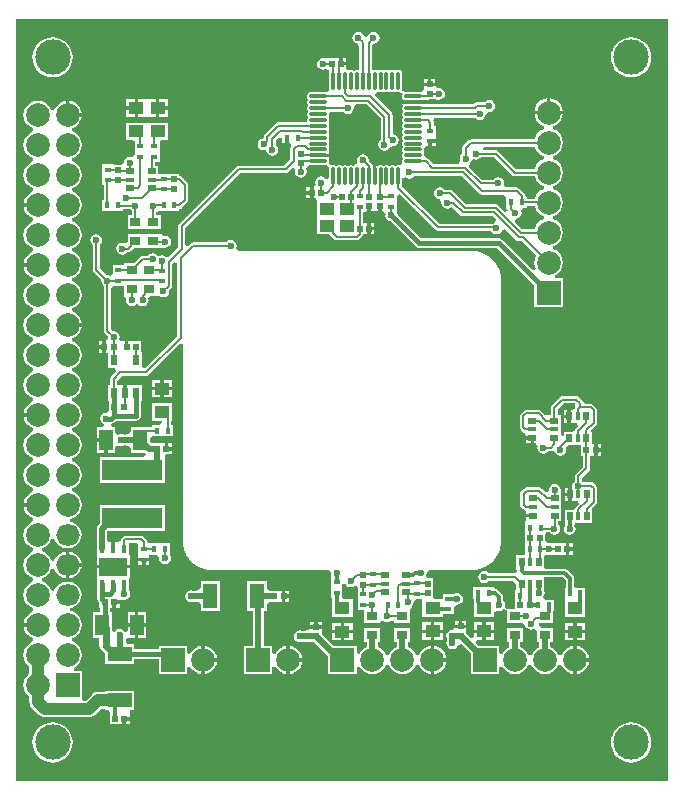
<source format=gtl>
G04*
G04 #@! TF.GenerationSoftware,Altium Limited,Altium Designer,20.0.11 (256)*
G04*
G04 Layer_Physical_Order=1*
G04 Layer_Color=30967*
%FSLAX24Y24*%
%MOIN*%
G70*
G01*
G75*
%ADD10C,0.0118*%
%ADD11C,0.0079*%
%ADD41R,0.0197X0.0217*%
%ADD42R,0.0217X0.0177*%
%ADD43R,0.0217X0.0197*%
G04:AMPARAMS|DCode=44|XSize=11.8mil|YSize=57.1mil|CornerRadius=1.8mil|HoleSize=0mil|Usage=FLASHONLY|Rotation=180.000|XOffset=0mil|YOffset=0mil|HoleType=Round|Shape=RoundedRectangle|*
%AMROUNDEDRECTD44*
21,1,0.0118,0.0535,0,0,180.0*
21,1,0.0083,0.0571,0,0,180.0*
1,1,0.0035,-0.0041,0.0268*
1,1,0.0035,0.0041,0.0268*
1,1,0.0035,0.0041,-0.0268*
1,1,0.0035,-0.0041,-0.0268*
%
%ADD44ROUNDEDRECTD44*%
G04:AMPARAMS|DCode=45|XSize=11.8mil|YSize=57.1mil|CornerRadius=1.8mil|HoleSize=0mil|Usage=FLASHONLY|Rotation=90.000|XOffset=0mil|YOffset=0mil|HoleType=Round|Shape=RoundedRectangle|*
%AMROUNDEDRECTD45*
21,1,0.0118,0.0535,0,0,90.0*
21,1,0.0083,0.0571,0,0,90.0*
1,1,0.0035,0.0268,0.0041*
1,1,0.0035,0.0268,-0.0041*
1,1,0.0035,-0.0268,-0.0041*
1,1,0.0035,-0.0268,0.0041*
%
%ADD45ROUNDEDRECTD45*%
%ADD46R,0.0374X0.0315*%
%ADD47R,0.0197X0.0276*%
%ADD48R,0.0138X0.0276*%
%ADD49R,0.0276X0.0197*%
%ADD50R,0.0276X0.0138*%
%ADD51R,0.0177X0.0217*%
%ADD52R,0.0453X0.0394*%
%ADD53R,0.0512X0.0433*%
%ADD54R,0.0236X0.0374*%
%ADD55R,0.2008X0.0709*%
%ADD56R,0.0500X0.0827*%
%ADD57R,0.0181X0.0280*%
%ADD58R,0.0941X0.0630*%
%ADD59R,0.0827X0.0500*%
%ADD60R,0.0453X0.0709*%
%ADD61C,0.0157*%
%ADD62C,0.0236*%
%ADD63C,0.0197*%
%ADD64C,0.0394*%
%ADD65R,0.0787X0.0787*%
%ADD66C,0.0787*%
%ADD67O,0.0787X0.0709*%
%ADD68R,0.0787X0.0787*%
%ADD69C,0.1181*%
%ADD70C,0.0236*%
G36*
X21872Y161D02*
X161D01*
X161Y25568D01*
X21872D01*
X21872Y161D01*
D02*
G37*
%LPC*%
G36*
X12067Y25132D02*
X11990Y25117D01*
X11925Y25073D01*
X11882Y25008D01*
X11881Y25007D01*
X11848Y24983D01*
X11815Y24969D01*
X11792Y24978D01*
X11750Y25007D01*
X11750Y25008D01*
X11707Y25073D01*
X11642Y25117D01*
X11565Y25132D01*
X11488Y25117D01*
X11423Y25073D01*
X11380Y25008D01*
X11364Y24931D01*
X11380Y24854D01*
X11423Y24789D01*
X11488Y24746D01*
X11565Y24730D01*
X11592Y24635D01*
Y23879D01*
X11557Y23850D01*
X11474D01*
X11437Y23843D01*
X11417Y23830D01*
X11398Y23843D01*
X11360Y23850D01*
X11278D01*
X11241Y23843D01*
X11225Y23855D01*
X11161Y23905D01*
Y24016D01*
X10984D01*
Y24075D01*
X10925D01*
Y24262D01*
X10492D01*
X10492Y24262D01*
X10394Y24264D01*
X10384Y24266D01*
X10307Y24250D01*
X10242Y24207D01*
X10198Y24142D01*
X10183Y24065D01*
X10198Y23988D01*
X10242Y23923D01*
X10307Y23880D01*
X10384Y23864D01*
X10461Y23880D01*
X10464Y23881D01*
X10492Y23888D01*
X10576Y23853D01*
X10596Y23790D01*
X10589Y23752D01*
Y23217D01*
X10592Y23201D01*
X10581Y23175D01*
X10560Y23150D01*
X10519Y23117D01*
X10494Y23122D01*
X9959D01*
X9921Y23114D01*
X9889Y23093D01*
X9868Y23061D01*
X9860Y23024D01*
Y22941D01*
X9868Y22903D01*
X9881Y22884D01*
X9868Y22864D01*
X9860Y22827D01*
Y22744D01*
X9868Y22706D01*
X9881Y22687D01*
X9868Y22668D01*
X9860Y22630D01*
Y22547D01*
X9868Y22510D01*
X9881Y22490D01*
X9868Y22471D01*
X9860Y22433D01*
Y22350D01*
X9868Y22313D01*
X9881Y22293D01*
X9868Y22274D01*
X9860Y22236D01*
Y22154D01*
X9840Y22128D01*
X8901D01*
X8901Y22128D01*
X8855Y22119D01*
X8816Y22093D01*
X8816Y22093D01*
X8448Y21725D01*
X8422Y21686D01*
X8413Y21640D01*
X8352Y21568D01*
X8329Y21563D01*
X8264Y21520D01*
X8220Y21455D01*
X8205Y21378D01*
X8220Y21301D01*
X8264Y21236D01*
X8329Y21193D01*
X8406Y21177D01*
X8482Y21193D01*
X8501Y21146D01*
X8506Y21124D01*
X8549Y21059D01*
X8614Y21015D01*
X8691Y21000D01*
X8768Y21015D01*
X8833Y21059D01*
X8876Y21124D01*
X8892Y21201D01*
X8876Y21278D01*
X8833Y21343D01*
X8811Y21357D01*
Y21525D01*
X8917Y21631D01*
X9016Y21590D01*
Y21417D01*
X9124D01*
Y21604D01*
X9242D01*
Y21417D01*
X9287D01*
X9324Y21345D01*
X9330Y21319D01*
X9308Y21286D01*
X9299Y21240D01*
X9299Y21240D01*
Y20877D01*
X9094Y20672D01*
X7569D01*
X7569Y20672D01*
X7523Y20662D01*
X7484Y20636D01*
X5584Y18737D01*
X5558Y18698D01*
X5549Y18652D01*
X5549Y18652D01*
Y17934D01*
X5230Y17615D01*
X5152Y17622D01*
X5087Y17666D01*
X5010Y17681D01*
X4933Y17666D01*
X4888Y17636D01*
X4846Y17699D01*
X4781Y17742D01*
X4704Y17757D01*
X4627Y17742D01*
X4562Y17699D01*
X4543Y17670D01*
X4380D01*
X4334Y17660D01*
X4295Y17634D01*
X4082Y17421D01*
X3750D01*
X3750Y17352D01*
X3376D01*
Y17061D01*
X3285Y17006D01*
X3281Y17006D01*
X3266Y17016D01*
X3189Y17031D01*
X3164Y17026D01*
X2945Y17245D01*
Y18033D01*
X2967Y18047D01*
X3010Y18112D01*
X3026Y18189D01*
X3010Y18266D01*
X2967Y18331D01*
X2902Y18374D01*
X2825Y18390D01*
X2748Y18374D01*
X2683Y18331D01*
X2639Y18266D01*
X2624Y18189D01*
X2639Y18112D01*
X2683Y18047D01*
X2704Y18033D01*
Y17195D01*
X2704Y17195D01*
X2714Y17149D01*
X2740Y17110D01*
X2993Y16856D01*
X2988Y16831D01*
X3004Y16754D01*
X3047Y16689D01*
X3069Y16674D01*
Y15167D01*
X3069Y15167D01*
X3078Y15121D01*
X3104Y15082D01*
X3210Y14976D01*
X3205Y14951D01*
X3213Y14911D01*
X3151Y14813D01*
X3150D01*
Y14626D01*
Y14439D01*
X3209D01*
Y13917D01*
X3460D01*
X3501Y13819D01*
X3320Y13638D01*
X3294Y13599D01*
X3285Y13553D01*
X3285Y13553D01*
Y13346D01*
X3209D01*
Y12815D01*
X3245D01*
Y12657D01*
X3245Y12657D01*
X3248Y12642D01*
Y12518D01*
X3159Y12435D01*
X3083Y12420D01*
X3018Y12376D01*
X2974Y12311D01*
X2959Y12234D01*
X2974Y12157D01*
X3018Y12092D01*
X3070Y12057D01*
X3070Y12010D01*
X3054Y11959D01*
X2854D01*
Y11585D01*
X3159D01*
Y11526D01*
X3218D01*
Y11092D01*
X3465D01*
Y11302D01*
X3563Y11355D01*
X3585Y11340D01*
X3661Y11325D01*
X3738Y11340D01*
X3745Y11345D01*
X3814D01*
X3821Y11340D01*
X3898Y11325D01*
X3996Y11245D01*
Y11092D01*
X4442D01*
X4472Y11063D01*
X4431Y10965D01*
X2943D01*
Y10098D01*
X5108D01*
Y10965D01*
X5156Y11043D01*
X5344D01*
Y11171D01*
X5167D01*
Y11230D01*
X5108D01*
Y11417D01*
X4675D01*
X4606Y11487D01*
Y11606D01*
X4685Y11654D01*
X5020Y11654D01*
X5118Y11654D01*
X5374D01*
Y12028D01*
X5327D01*
Y12156D01*
X5354D01*
Y12746D01*
X4685D01*
Y12156D01*
X5005D01*
X5018Y12126D01*
X4953Y12028D01*
X4685D01*
Y11961D01*
X4478D01*
X4478Y11961D01*
X4467Y11959D01*
X3996D01*
Y11806D01*
X3898Y11726D01*
X3821Y11711D01*
X3814Y11706D01*
X3745D01*
X3738Y11711D01*
X3661Y11726D01*
X3585Y11711D01*
X3563Y11697D01*
X3465Y11749D01*
Y11959D01*
X3359D01*
X3306Y12042D01*
X3307Y12057D01*
X3327Y12074D01*
X3327Y12074D01*
X3388Y12086D01*
X3440Y12121D01*
X3492Y12172D01*
X4154D01*
X4215Y12184D01*
X4267Y12219D01*
X4302Y12271D01*
X4314Y12333D01*
Y12815D01*
X4350D01*
Y13346D01*
X3839D01*
Y13081D01*
X3720D01*
Y13346D01*
X3526D01*
Y13503D01*
X3682Y13659D01*
X4478D01*
X4478Y13659D01*
X4524Y13668D01*
X4563Y13694D01*
X5622Y14753D01*
X5713Y14715D01*
Y8154D01*
Y8077D01*
X5716Y8061D01*
Y8045D01*
X5746Y7893D01*
X5752Y7878D01*
X5755Y7862D01*
X5815Y7719D01*
X5824Y7705D01*
X5830Y7691D01*
X5916Y7561D01*
X5927Y7550D01*
X5936Y7537D01*
X6046Y7427D01*
X6059Y7418D01*
X6070Y7407D01*
X6200Y7321D01*
X6214Y7315D01*
X6228Y7306D01*
X6371Y7246D01*
X6387Y7243D01*
X6402Y7237D01*
X6554Y7207D01*
X6570D01*
X6586Y7204D01*
X10569D01*
X10640Y7105D01*
X10636Y7087D01*
X10644Y7045D01*
X10650Y6949D01*
X10650Y6949D01*
X10650Y6949D01*
X10650Y6614D01*
X10650Y6516D01*
Y6260D01*
X10696D01*
Y6122D01*
X10699Y6108D01*
Y5630D01*
X11368D01*
Y6220D01*
X11106D01*
X11024Y6260D01*
X11024Y6594D01*
X11024Y6742D01*
X11122Y6752D01*
X11124Y6744D01*
X11167Y6679D01*
X11232Y6635D01*
X11309Y6620D01*
X11386Y6635D01*
X11437Y6670D01*
X11493Y6654D01*
X11535Y6628D01*
Y6299D01*
X11535Y6220D01*
X11535D01*
Y6201D01*
X11535D01*
Y5866D01*
X11762D01*
Y5423D01*
X12293D01*
Y5457D01*
X12336Y5482D01*
X12392Y5498D01*
X12443Y5464D01*
X12520Y5449D01*
X12596Y5464D01*
X12662Y5508D01*
X12667Y5516D01*
X12766Y5491D01*
Y5423D01*
X13297D01*
Y5896D01*
X13343Y5975D01*
X13351Y5980D01*
X13394Y6045D01*
X13409Y6122D01*
X13405Y6142D01*
X13476Y6240D01*
X13606D01*
X13701Y6230D01*
X13701Y6160D01*
Y5640D01*
X14370D01*
X14380Y5709D01*
X14754D01*
Y5950D01*
X14852Y6030D01*
X14852D01*
X14929Y6045D01*
X14994Y6088D01*
X15038Y6154D01*
X15053Y6230D01*
X15038Y6307D01*
X14994Y6372D01*
X14929Y6416D01*
X14852Y6431D01*
X14776Y6416D01*
X14748Y6398D01*
X14380D01*
Y6325D01*
X14370Y6230D01*
X14282Y6230D01*
X14145D01*
X14055Y6250D01*
X14055Y6329D01*
Y6565D01*
Y6919D01*
X13885D01*
X13830Y7006D01*
X13829Y7018D01*
X13842Y7087D01*
X13839Y7105D01*
X13910Y7204D01*
X15438D01*
X15454Y7207D01*
X15469D01*
X15622Y7237D01*
X15637Y7243D01*
X15652Y7246D01*
X15796Y7306D01*
X15809Y7315D01*
X15824Y7321D01*
X15953Y7407D01*
X15964Y7418D01*
X15978Y7427D01*
X16088Y7537D01*
X16096Y7550D01*
X16108Y7561D01*
X16194Y7691D01*
X16200Y7705D01*
X16209Y7719D01*
X16268Y7862D01*
X16272Y7878D01*
X16278Y7893D01*
X16308Y8045D01*
Y8061D01*
X16311Y8077D01*
Y8154D01*
Y16867D01*
Y16945D01*
X16308Y16961D01*
Y16976D01*
X16278Y17129D01*
X16272Y17144D01*
X16268Y17159D01*
X16209Y17303D01*
X16200Y17316D01*
X16194Y17331D01*
X16108Y17460D01*
X16096Y17471D01*
X16088Y17485D01*
X15978Y17595D01*
X15964Y17603D01*
X15953Y17615D01*
X15824Y17701D01*
X15809Y17707D01*
X15796Y17716D01*
X15652Y17775D01*
X15637Y17779D01*
X15622Y17785D01*
X15469Y17815D01*
X15454D01*
X15438Y17818D01*
X7542D01*
X7489Y17915D01*
X7504Y17992D01*
X7489Y18069D01*
X7445Y18134D01*
X7380Y18178D01*
X7303Y18193D01*
X7226Y18178D01*
X7161Y18134D01*
X7147Y18113D01*
X6053D01*
X6007Y18103D01*
X5968Y18077D01*
X5881Y17990D01*
X5790Y18028D01*
Y18602D01*
X7619Y20431D01*
X9144D01*
X9144Y20431D01*
X9190Y20440D01*
X9229Y20466D01*
X9368Y20606D01*
X9457Y20570D01*
X9448Y20487D01*
X9445Y20472D01*
X9460Y20396D01*
X9504Y20331D01*
X9569Y20287D01*
X9646Y20272D01*
X9722Y20287D01*
X9788Y20331D01*
X9831Y20396D01*
X9846Y20472D01*
X9844Y20487D01*
X9833Y20581D01*
X9876Y20661D01*
X9908Y20678D01*
X9931Y20683D01*
X9959Y20677D01*
X10494D01*
X10519Y20682D01*
X10560Y20649D01*
X10594Y20608D01*
X10589Y20583D01*
Y20245D01*
X10490Y20215D01*
X10467Y20250D01*
X10402Y20294D01*
X10325Y20309D01*
X10248Y20294D01*
X10183Y20250D01*
X10139Y20185D01*
X10124Y20108D01*
X10136Y20049D01*
X10101Y19984D01*
X10075Y19951D01*
X10069D01*
Y19764D01*
Y19577D01*
X10149D01*
X10197Y19498D01*
X10197Y19478D01*
Y19045D01*
X10197Y18947D01*
X10197Y18848D01*
Y18396D01*
X10588D01*
X10761Y18222D01*
X10761Y18222D01*
X10800Y18196D01*
X10846Y18187D01*
X10846Y18187D01*
X11516D01*
X11516Y18187D01*
X11562Y18196D01*
X11601Y18222D01*
X11689Y18311D01*
X11689Y18311D01*
X11716Y18350D01*
X11723Y18386D01*
X11860D01*
Y18573D01*
Y18760D01*
X11725D01*
Y19134D01*
X11811D01*
Y19144D01*
X11860D01*
Y19321D01*
X11978D01*
Y19144D01*
X12106D01*
Y19144D01*
X12106Y19144D01*
X12234D01*
Y19321D01*
X12352D01*
Y19144D01*
X12390D01*
X12404Y19141D01*
X12412Y19136D01*
X12471Y19047D01*
X12469Y19030D01*
X12467Y19016D01*
X12482Y18939D01*
X12525Y18874D01*
X12591Y18830D01*
X12634Y18822D01*
X13479Y17977D01*
X13479Y17977D01*
X13531Y17942D01*
X13593Y17930D01*
X16187D01*
X17431Y16686D01*
Y15969D01*
X18376D01*
Y16913D01*
X18122D01*
X18102Y17012D01*
X18142Y17028D01*
X18240Y17104D01*
X18316Y17203D01*
X18364Y17318D01*
X18380Y17441D01*
X18364Y17564D01*
X18316Y17679D01*
X18240Y17778D01*
X18142Y17854D01*
X18055Y17890D01*
Y17992D01*
X18142Y18028D01*
X18240Y18104D01*
X18316Y18203D01*
X18364Y18318D01*
X18380Y18441D01*
X18364Y18564D01*
X18316Y18679D01*
X18240Y18778D01*
X18142Y18854D01*
X18055Y18890D01*
Y18992D01*
X18142Y19028D01*
X18240Y19104D01*
X18316Y19203D01*
X18364Y19318D01*
X18380Y19441D01*
X18364Y19564D01*
X18316Y19679D01*
X18240Y19778D01*
X18142Y19854D01*
X18055Y19890D01*
Y19992D01*
X18142Y20028D01*
X18240Y20104D01*
X18316Y20203D01*
X18364Y20318D01*
X18380Y20441D01*
X18364Y20564D01*
X18316Y20679D01*
X18240Y20778D01*
X18142Y20854D01*
X18055Y20890D01*
Y20992D01*
X18142Y21028D01*
X18240Y21104D01*
X18316Y21203D01*
X18364Y21318D01*
X18380Y21441D01*
X18364Y21564D01*
X18316Y21679D01*
X18240Y21778D01*
X18142Y21854D01*
X18055Y21890D01*
Y21992D01*
X18142Y22028D01*
X18240Y22104D01*
X18316Y22203D01*
X18364Y22318D01*
X18372Y22382D01*
X17904D01*
X17435D01*
X17443Y22318D01*
X17491Y22203D01*
X17567Y22104D01*
X17665Y22028D01*
X17752Y21992D01*
Y21890D01*
X17665Y21854D01*
X17567Y21778D01*
X17491Y21679D01*
X17443Y21564D01*
X17441Y21548D01*
X15315D01*
X15315Y21548D01*
X15269Y21538D01*
X15230Y21512D01*
X15230Y21512D01*
X15053Y21335D01*
X15027Y21296D01*
X15017Y21250D01*
X15017Y21250D01*
Y21062D01*
X14996Y21047D01*
X14952Y20982D01*
X14937Y20906D01*
X14952Y20829D01*
X14959Y20819D01*
X14906Y20721D01*
X14075D01*
X13894Y20902D01*
X13855Y20928D01*
X13809Y20937D01*
X13762Y21015D01*
Y21055D01*
X13754Y21093D01*
X13741Y21112D01*
X13754Y21132D01*
X13762Y21169D01*
Y21224D01*
X13764Y21254D01*
X13844Y21319D01*
X13898D01*
Y21486D01*
X13957D01*
Y21545D01*
X14144D01*
Y21654D01*
X14144Y21752D01*
Y22008D01*
X14077D01*
Y22106D01*
X14077Y22106D01*
X14068Y22152D01*
X14054Y22173D01*
X14076Y22240D01*
X14098Y22271D01*
X15454D01*
X15468Y22250D01*
X15533Y22206D01*
X15610Y22191D01*
X15687Y22206D01*
X15752Y22250D01*
X15796Y22315D01*
X15810Y22387D01*
X15813Y22393D01*
X15897Y22462D01*
X15925Y22457D01*
X16002Y22472D01*
X16067Y22516D01*
X16111Y22581D01*
X16126Y22657D01*
X16111Y22734D01*
X16067Y22799D01*
X16002Y22843D01*
X15925Y22858D01*
X15848Y22843D01*
X15783Y22799D01*
X15769Y22778D01*
X15512D01*
X15512Y22778D01*
X15466Y22769D01*
X15427Y22743D01*
X15427Y22743D01*
X15393Y22709D01*
X13791D01*
X13776Y22726D01*
X13673D01*
X13663Y22728D01*
X13396D01*
X13128D01*
X13118Y22726D01*
X13033D01*
X13037Y22706D01*
X13050Y22687D01*
X13037Y22668D01*
X13030Y22630D01*
Y22547D01*
X13037Y22510D01*
X13050Y22490D01*
X13037Y22471D01*
X13030Y22433D01*
Y22350D01*
X13037Y22313D01*
X13050Y22293D01*
X13037Y22274D01*
X13030Y22236D01*
Y22154D01*
X13037Y22116D01*
X13050Y22096D01*
X13037Y22077D01*
X13030Y22039D01*
Y21957D01*
X13037Y21919D01*
X13050Y21900D01*
X13037Y21880D01*
X13030Y21843D01*
Y21760D01*
X13037Y21722D01*
X13050Y21703D01*
X13037Y21683D01*
X13030Y21646D01*
Y21563D01*
X13037Y21525D01*
X13050Y21506D01*
X13037Y21486D01*
X13030Y21449D01*
Y21366D01*
X13037Y21329D01*
X13050Y21309D01*
X13037Y21290D01*
X13030Y21252D01*
Y21169D01*
X13037Y21132D01*
X13050Y21112D01*
X13037Y21093D01*
X13030Y21055D01*
Y20972D01*
X13037Y20935D01*
X13050Y20915D01*
X13037Y20896D01*
X13030Y20858D01*
Y20776D01*
X13035Y20751D01*
X13001Y20709D01*
X12960Y20676D01*
X12935Y20681D01*
X12852D01*
X12815Y20674D01*
X12795Y20661D01*
X12776Y20674D01*
X12738Y20681D01*
X12656D01*
X12618Y20674D01*
X12598Y20661D01*
X12579Y20674D01*
X12541Y20681D01*
X12459D01*
X12421Y20674D01*
X12402Y20661D01*
X12382Y20674D01*
X12344Y20681D01*
X12262D01*
X12224Y20674D01*
X12205Y20661D01*
X12185Y20674D01*
X12165Y20677D01*
Y20592D01*
X12163Y20583D01*
Y20315D01*
X12049D01*
Y20583D01*
X12047Y20592D01*
Y20677D01*
X12027Y20674D01*
X12027Y20674D01*
X12024Y20680D01*
X12021Y20696D01*
X12010Y20711D01*
X12010Y20711D01*
X11995Y20735D01*
X11995Y20735D01*
X11908Y20821D01*
X11913Y20846D01*
X11898Y20923D01*
X11855Y20988D01*
X11789Y21032D01*
X11713Y21047D01*
X11636Y21032D01*
X11571Y20988D01*
X11527Y20923D01*
X11512Y20846D01*
X11525Y20779D01*
X11522Y20760D01*
X11493Y20712D01*
X11398Y20674D01*
X11360Y20681D01*
X11278D01*
X11240Y20674D01*
X11220Y20661D01*
X11201Y20674D01*
X11163Y20681D01*
X11081D01*
X11043Y20674D01*
X11024Y20661D01*
X11004Y20674D01*
X10967Y20681D01*
X10884D01*
X10846Y20674D01*
X10827Y20661D01*
X10807Y20674D01*
X10770Y20681D01*
X10687D01*
X10662Y20676D01*
X10621Y20709D01*
X10587Y20751D01*
X10592Y20776D01*
Y20858D01*
X10585Y20896D01*
X10572Y20915D01*
X10585Y20935D01*
X10589Y20955D01*
X10504D01*
X10494Y20957D01*
X10226D01*
Y21071D01*
X10494D01*
X10504Y21073D01*
X10589D01*
X10585Y21093D01*
X10572Y21112D01*
X10585Y21132D01*
X10592Y21169D01*
Y21252D01*
X10585Y21290D01*
X10572Y21309D01*
X10585Y21329D01*
X10592Y21366D01*
Y21449D01*
X10585Y21486D01*
X10572Y21506D01*
X10585Y21525D01*
X10592Y21563D01*
Y21646D01*
X10585Y21683D01*
X10572Y21703D01*
X10585Y21722D01*
X10592Y21760D01*
Y21843D01*
X10585Y21880D01*
X10572Y21900D01*
X10585Y21919D01*
X10592Y21957D01*
Y22039D01*
X10585Y22077D01*
X10572Y22096D01*
X10585Y22116D01*
X10592Y22154D01*
Y22236D01*
X10585Y22274D01*
X10572Y22293D01*
X10585Y22313D01*
X10592Y22350D01*
Y22433D01*
X10621Y22468D01*
X11054D01*
X11069Y22447D01*
X11134Y22403D01*
X11211Y22388D01*
X11287Y22403D01*
X11353Y22447D01*
X11396Y22512D01*
X11411Y22589D01*
X11406Y22616D01*
X11473Y22714D01*
X11844D01*
X12311Y22247D01*
Y21524D01*
X12289Y21510D01*
X12246Y21445D01*
X12230Y21368D01*
X12246Y21291D01*
X12289Y21226D01*
X12354Y21183D01*
X12431Y21167D01*
X12508Y21183D01*
X12573Y21226D01*
X12617Y21291D01*
X12709Y21316D01*
X12786Y21331D01*
X12851Y21375D01*
X12894Y21440D01*
X12909Y21517D01*
X12894Y21594D01*
X12851Y21659D01*
X12786Y21702D01*
X12709Y21717D01*
Y22362D01*
X12700Y22408D01*
X12674Y22447D01*
X12674Y22447D01*
X12124Y22997D01*
X12153Y23097D01*
X12224Y23126D01*
X12262Y23118D01*
X12344D01*
X12382Y23126D01*
X12402Y23139D01*
X12421Y23126D01*
X12459Y23118D01*
X12541D01*
X12579Y23126D01*
X12598Y23139D01*
X12618Y23126D01*
X12656Y23118D01*
X12738D01*
X12776Y23126D01*
X12795Y23139D01*
X12815Y23126D01*
X12852Y23118D01*
X12935D01*
X12960Y23123D01*
X13001Y23090D01*
X13035Y23049D01*
X13030Y23024D01*
Y22941D01*
X13037Y22903D01*
X13050Y22884D01*
X13037Y22864D01*
X13033Y22844D01*
X13118D01*
X13128Y22843D01*
X13396D01*
X13663D01*
X13673Y22844D01*
X13776D01*
X13791Y22862D01*
X13858D01*
X13858Y22862D01*
X13904Y22871D01*
X13924Y22884D01*
X14124D01*
X14124Y22884D01*
X14216Y22868D01*
X14252Y22860D01*
X14329Y22876D01*
X14394Y22919D01*
X14437Y22984D01*
X14453Y23061D01*
X14437Y23138D01*
X14394Y23203D01*
X14329Y23246D01*
X14252Y23262D01*
X14222Y23256D01*
X14131Y23317D01*
X13937D01*
X13750D01*
Y23197D01*
X13743Y23185D01*
X13663Y23122D01*
X13128D01*
X13103Y23117D01*
X13062Y23150D01*
X13028Y23191D01*
X13033Y23217D01*
Y23752D01*
X13026Y23790D01*
X13005Y23822D01*
X12973Y23843D01*
X12935Y23850D01*
X12852D01*
X12815Y23843D01*
X12795Y23830D01*
X12776Y23843D01*
X12738Y23850D01*
X12656D01*
X12618Y23843D01*
X12598Y23830D01*
X12579Y23843D01*
X12541Y23850D01*
X12459D01*
X12421Y23843D01*
X12402Y23830D01*
X12382Y23843D01*
X12344Y23850D01*
X12262D01*
X12224Y23843D01*
X12205Y23830D01*
X12185Y23843D01*
X12148Y23850D01*
X12065D01*
X12030Y23879D01*
Y24637D01*
X12067Y24730D01*
X12144Y24746D01*
X12209Y24789D01*
X12252Y24854D01*
X12268Y24931D01*
X12252Y25008D01*
X12209Y25073D01*
X12144Y25117D01*
X12067Y25132D01*
D02*
G37*
G36*
X11161Y24262D02*
X11043D01*
Y24134D01*
X11161D01*
Y24262D01*
D02*
G37*
G36*
X20659Y24954D02*
X20528Y24941D01*
X20402Y24903D01*
X20286Y24841D01*
X20184Y24757D01*
X20100Y24655D01*
X20038Y24539D01*
X20000Y24413D01*
X19987Y24281D01*
X20000Y24150D01*
X20038Y24024D01*
X20100Y23908D01*
X20184Y23806D01*
X20286Y23722D01*
X20402Y23660D01*
X20528Y23622D01*
X20659Y23609D01*
X20791Y23622D01*
X20917Y23660D01*
X21033Y23722D01*
X21135Y23806D01*
X21219Y23908D01*
X21281Y24024D01*
X21319Y24150D01*
X21332Y24281D01*
X21319Y24413D01*
X21281Y24539D01*
X21219Y24655D01*
X21135Y24757D01*
X21033Y24841D01*
X20917Y24903D01*
X20791Y24941D01*
X20659Y24954D01*
D02*
G37*
G36*
X1373D02*
X1242Y24941D01*
X1116Y24903D01*
X1000Y24841D01*
X898Y24757D01*
X814Y24655D01*
X752Y24539D01*
X714Y24413D01*
X701Y24281D01*
X714Y24150D01*
X752Y24024D01*
X814Y23908D01*
X898Y23806D01*
X1000Y23722D01*
X1116Y23660D01*
X1242Y23622D01*
X1373Y23609D01*
X1504Y23622D01*
X1631Y23660D01*
X1747Y23722D01*
X1849Y23806D01*
X1932Y23908D01*
X1994Y24024D01*
X2033Y24150D01*
X2046Y24281D01*
X2033Y24413D01*
X1994Y24539D01*
X1932Y24655D01*
X1849Y24757D01*
X1747Y24841D01*
X1631Y24903D01*
X1504Y24941D01*
X1373Y24954D01*
D02*
G37*
G36*
X14124Y23553D02*
X13996D01*
Y23435D01*
X14124D01*
Y23553D01*
D02*
G37*
G36*
X13878D02*
X13750D01*
Y23435D01*
X13878D01*
Y23553D01*
D02*
G37*
G36*
X4104Y22894D02*
X3829D01*
Y22657D01*
X4104D01*
Y22894D01*
D02*
G37*
G36*
X4931D02*
Y22657D01*
X5207D01*
Y22894D01*
X4931D01*
D02*
G37*
G36*
X17963Y22910D02*
Y22500D01*
X18372D01*
X18364Y22564D01*
X18316Y22679D01*
X18240Y22778D01*
X18142Y22854D01*
X18027Y22901D01*
X17963Y22910D01*
D02*
G37*
G36*
X17844D02*
X17780Y22901D01*
X17665Y22854D01*
X17567Y22778D01*
X17491Y22679D01*
X17443Y22564D01*
X17435Y22500D01*
X17844D01*
Y22910D01*
D02*
G37*
G36*
X1932Y22833D02*
Y22423D01*
X2342D01*
X2333Y22488D01*
X2286Y22602D01*
X2210Y22701D01*
X2111Y22777D01*
X1996Y22824D01*
X1932Y22833D01*
D02*
G37*
G36*
X5207Y22539D02*
X4931D01*
Y22303D01*
X5207D01*
Y22539D01*
D02*
G37*
G36*
X4104Y22539D02*
X3829D01*
Y22303D01*
X4104D01*
Y22539D01*
D02*
G37*
G36*
X4537Y22894D02*
X4439Y22894D01*
X4222D01*
Y22598D01*
Y22303D01*
X4439D01*
X4498Y22303D01*
X4596Y22303D01*
X4813D01*
Y22598D01*
Y22894D01*
X4596D01*
X4537Y22894D01*
D02*
G37*
G36*
X14144Y21427D02*
X14016D01*
Y21319D01*
X14144D01*
Y21427D01*
D02*
G37*
G36*
X4537Y22106D02*
X4439Y22106D01*
X3829D01*
Y21516D01*
X4024D01*
X4114Y21496D01*
X4114Y21161D01*
X4114Y21011D01*
X4028Y20956D01*
X4016Y20955D01*
X3947Y20968D01*
X3870Y20953D01*
X3805Y20910D01*
X3761Y20845D01*
X3749Y20780D01*
X3746Y20768D01*
X3661Y20689D01*
X3406D01*
Y20709D01*
X3031D01*
Y20374D01*
X3031D01*
Y20354D01*
X3031D01*
Y20020D01*
X3078D01*
Y19537D01*
X3031D01*
Y19163D01*
X3366D01*
Y19163D01*
X3386D01*
Y19163D01*
X3720D01*
Y19220D01*
X3978D01*
X3992Y19199D01*
X4013Y19184D01*
Y19016D01*
X3868D01*
Y18543D01*
X4341D01*
X4439Y18543D01*
X4498Y18543D01*
X4970D01*
Y19016D01*
X4825D01*
Y19110D01*
X4902Y19163D01*
X5236Y19163D01*
X5335Y19163D01*
X5591D01*
Y19230D01*
X5591Y19230D01*
X5637Y19239D01*
X5676Y19265D01*
X5863Y19452D01*
X5889Y19491D01*
X5898Y19537D01*
X5898Y19537D01*
Y20030D01*
X5898Y20030D01*
X5889Y20076D01*
X5863Y20115D01*
X5863Y20115D01*
X5676Y20302D01*
X5637Y20328D01*
X5591Y20337D01*
X5591Y20337D01*
Y20394D01*
X5256D01*
Y20404D01*
X4892D01*
Y20659D01*
X4796D01*
Y20797D01*
X4941D01*
X4941Y21132D01*
X4941Y21230D01*
Y21486D01*
X5027Y21516D01*
X5207D01*
Y22106D01*
X4596D01*
X4537Y22106D01*
D02*
G37*
G36*
X9951Y19951D02*
X9833D01*
Y19823D01*
X9951D01*
Y19951D01*
D02*
G37*
G36*
Y19705D02*
X9833D01*
Y19577D01*
X9951D01*
Y19705D01*
D02*
G37*
G36*
X12096Y18760D02*
X11978D01*
Y18632D01*
X12096D01*
Y18760D01*
D02*
G37*
G36*
Y18514D02*
X11978D01*
Y18386D01*
X12096D01*
Y18514D01*
D02*
G37*
G36*
X4400Y18386D02*
X4341Y18386D01*
X3868D01*
Y18140D01*
X3770Y18088D01*
X3768Y18089D01*
X3691Y18104D01*
X3614Y18089D01*
X3549Y18045D01*
X3506Y17980D01*
X3490Y17904D01*
X3506Y17827D01*
X3549Y17762D01*
X3614Y17718D01*
X3691Y17703D01*
X3768Y17718D01*
X3833Y17762D01*
X3847Y17783D01*
X3888D01*
X3888Y17783D01*
X3934Y17792D01*
X3973Y17818D01*
X4068Y17913D01*
X4341D01*
X4439Y17913D01*
X4498Y17913D01*
X4970D01*
X4970Y17913D01*
X5069Y17949D01*
X5118Y17939D01*
X5195Y17954D01*
X5260Y17998D01*
X5304Y18063D01*
X5319Y18140D01*
X5304Y18217D01*
X5260Y18282D01*
X5195Y18325D01*
X5118Y18340D01*
X5069Y18331D01*
X4970Y18386D01*
Y18386D01*
X4497D01*
X4400Y18386D01*
D02*
G37*
G36*
X3031Y14813D02*
X2913D01*
Y14685D01*
X3031D01*
Y14813D01*
D02*
G37*
G36*
Y14567D02*
X2913D01*
Y14439D01*
X3031D01*
Y14567D01*
D02*
G37*
G36*
X5354Y13533D02*
X5079D01*
Y13297D01*
X5354D01*
Y13533D01*
D02*
G37*
G36*
X4961D02*
X4685D01*
Y13297D01*
X4961D01*
Y13533D01*
D02*
G37*
G36*
X5354Y13179D02*
X5079D01*
Y12943D01*
X5354D01*
Y13179D01*
D02*
G37*
G36*
X4961D02*
X4685D01*
Y12943D01*
X4961D01*
Y13179D01*
D02*
G37*
G36*
X18829Y12994D02*
X18829Y12994D01*
X18356D01*
X18310Y12985D01*
X18271Y12959D01*
X18271Y12959D01*
X18005Y12693D01*
X17979Y12654D01*
X17970Y12608D01*
X17970Y12608D01*
Y12348D01*
X17874Y12343D01*
D01*
X17788Y12372D01*
X17664Y12497D01*
X17625Y12523D01*
X17579Y12532D01*
X17579Y12532D01*
X17156D01*
X17156Y12532D01*
X17109Y12523D01*
X17070Y12497D01*
X16972Y12398D01*
X16946Y12359D01*
X16937Y12313D01*
X16937Y12313D01*
Y11959D01*
X16937Y11959D01*
X16946Y11913D01*
X16972Y11874D01*
X17047Y11798D01*
X17047Y11798D01*
X17086Y11772D01*
X17132Y11763D01*
X17148Y11667D01*
Y11654D01*
X17364D01*
Y11594D01*
X17423D01*
Y11417D01*
X17470D01*
X17491Y11396D01*
X17535Y11319D01*
X17526Y11270D01*
X17541Y11193D01*
X17584Y11128D01*
X17650Y11084D01*
X17726Y11069D01*
X17803Y11084D01*
X17868Y11128D01*
X17883Y11149D01*
X17972D01*
X17972Y11149D01*
X18005Y11156D01*
X18037Y11152D01*
X18108Y11125D01*
X18120Y11112D01*
X18155Y11059D01*
X18220Y11015D01*
X18297Y11000D01*
X18374Y11015D01*
X18439Y11059D01*
X18483Y11124D01*
X18498Y11201D01*
X18483Y11278D01*
X18472Y11294D01*
X18546Y11368D01*
X18770D01*
Y11370D01*
X18986D01*
Y11368D01*
X18986D01*
Y11004D01*
X19043D01*
Y10631D01*
X18816Y10404D01*
X18790Y10365D01*
X18781Y10319D01*
X18781Y10318D01*
Y10156D01*
X18759Y10142D01*
X18716Y10077D01*
X18700Y10000D01*
X18671Y9964D01*
Y9713D01*
Y9496D01*
X18882D01*
X18919Y9405D01*
X18816Y9302D01*
X18790Y9263D01*
X18781Y9217D01*
X18685Y9203D01*
X18435D01*
Y8770D01*
X18435Y8770D01*
X18438Y8671D01*
X18417Y8640D01*
X18402Y8563D01*
X18417Y8486D01*
X18460Y8421D01*
X18526Y8378D01*
X18602Y8362D01*
X18679Y8378D01*
X18744Y8421D01*
X18788Y8486D01*
X18803Y8563D01*
X18788Y8640D01*
X18767Y8671D01*
X18783Y8741D01*
X18798Y8772D01*
X19006D01*
Y8770D01*
X19360D01*
Y9203D01*
X19360D01*
X19347Y9235D01*
X19495Y9383D01*
X19521Y9422D01*
X19530Y9469D01*
X19530Y9469D01*
Y9921D01*
X19521Y9967D01*
X19495Y10006D01*
X19416Y10085D01*
X19377Y10111D01*
X19331Y10120D01*
X19331Y10120D01*
X19057D01*
X19043Y10142D01*
X19022Y10156D01*
Y10269D01*
X19249Y10496D01*
X19249Y10496D01*
X19275Y10535D01*
X19284Y10581D01*
Y11004D01*
X19419D01*
Y11191D01*
Y11378D01*
X19341D01*
Y11801D01*
X19341D01*
X19324Y11841D01*
X19495Y12011D01*
X19495Y12011D01*
X19521Y12050D01*
X19530Y12096D01*
X19530Y12096D01*
Y12520D01*
X19530Y12520D01*
X19521Y12566D01*
X19495Y12605D01*
X19396Y12703D01*
X19357Y12729D01*
X19311Y12739D01*
X19311Y12739D01*
X19171D01*
X19077Y12746D01*
X19068Y12792D01*
X19042Y12831D01*
X18914Y12959D01*
X18875Y12985D01*
X18829Y12994D01*
D02*
G37*
G36*
X17305Y11535D02*
X17148D01*
Y11417D01*
X17305D01*
Y11535D01*
D02*
G37*
G36*
X5344Y11417D02*
X5226D01*
Y11289D01*
X5344D01*
Y11417D01*
D02*
G37*
G36*
X19656Y11378D02*
X19537D01*
Y11250D01*
X19656D01*
Y11378D01*
D02*
G37*
G36*
X3100Y11467D02*
X2854D01*
Y11092D01*
X3100D01*
Y11467D01*
D02*
G37*
G36*
X19656Y11132D02*
X19537D01*
Y11004D01*
X19656D01*
Y11132D01*
D02*
G37*
G36*
X18110Y10063D02*
X18033Y10048D01*
X17968Y10004D01*
X17925Y9939D01*
X17910Y9862D01*
X17911Y9852D01*
X17906Y9822D01*
X17814Y9778D01*
X17684Y9908D01*
X17645Y9934D01*
X17598Y9943D01*
X17598Y9943D01*
X17175D01*
X17175Y9943D01*
X17129Y9934D01*
X17090Y9908D01*
X16992Y9810D01*
X16966Y9770D01*
X16956Y9724D01*
X16956Y9724D01*
Y9370D01*
X16956Y9370D01*
X16966Y9324D01*
X16992Y9285D01*
X17067Y9210D01*
X17067Y9210D01*
X17106Y9184D01*
X17152Y9174D01*
X17167Y9079D01*
Y9065D01*
X17384D01*
Y8947D01*
X17167D01*
Y8861D01*
X17126Y8780D01*
X17126D01*
X17126Y8780D01*
Y8445D01*
X17116D01*
Y8081D01*
X17106D01*
Y7707D01*
X17020Y7677D01*
X16831D01*
Y7244D01*
X16833D01*
X16862Y7162D01*
X16863Y7146D01*
X16791Y7077D01*
X16783Y7079D01*
X16783Y7079D01*
X15914D01*
X15900Y7101D01*
X15835Y7144D01*
X15758Y7159D01*
X15681Y7144D01*
X15616Y7101D01*
X15572Y7035D01*
X15557Y6959D01*
X15572Y6882D01*
X15616Y6817D01*
X15681Y6773D01*
X15758Y6758D01*
X15835Y6773D01*
X15900Y6817D01*
X15914Y6838D01*
X16734D01*
X16831Y6741D01*
Y6518D01*
X16772Y6516D01*
Y6142D01*
X16782D01*
Y5896D01*
X16609D01*
X16551Y5896D01*
X16524Y5898D01*
X16508Y5908D01*
X16456Y5960D01*
X16455Y5996D01*
X16449Y5967D01*
X16449D01*
X16461Y6024D01*
X16445Y6100D01*
X16402Y6166D01*
X16400Y6166D01*
Y6280D01*
X16390Y6333D01*
X16359Y6379D01*
X16202Y6536D01*
X16156Y6567D01*
X16102Y6578D01*
X16083D01*
Y6624D01*
X15748D01*
Y6624D01*
X15728D01*
Y6624D01*
X15394D01*
Y6250D01*
X15394D01*
X15413Y6230D01*
Y5640D01*
X16083D01*
Y5787D01*
X16181Y5839D01*
X16183Y5838D01*
X16260Y5823D01*
X16337Y5838D01*
X16398Y5879D01*
X16402Y5882D01*
X16413Y5888D01*
X16424Y5891D01*
X16513Y5852D01*
X16516Y5813D01*
X16516Y5812D01*
X16516Y5802D01*
Y5423D01*
X17022D01*
X17064Y5411D01*
X17123Y5368D01*
X17132Y5319D01*
X17176Y5254D01*
X17241Y5210D01*
X17318Y5195D01*
X17394Y5210D01*
X17417Y5225D01*
X17516Y5174D01*
Y4793D01*
X17601D01*
Y4629D01*
X17543Y4606D01*
X17445Y4530D01*
X17369Y4431D01*
X17333Y4344D01*
X17230D01*
X17194Y4431D01*
X17118Y4530D01*
X17020Y4606D01*
X16962Y4629D01*
Y4793D01*
X17047D01*
Y5266D01*
X16516D01*
Y4793D01*
X16601D01*
Y4629D01*
X16543Y4606D01*
X16445Y4530D01*
X16369Y4431D01*
X16352Y4391D01*
X16254Y4411D01*
Y4665D01*
X15565D01*
X15476Y4754D01*
X15517Y4852D01*
X15689D01*
Y5089D01*
X15413D01*
Y4956D01*
X15315Y4915D01*
X15157Y5072D01*
Y5256D01*
X14970D01*
X14754D01*
X14695Y5201D01*
X14618Y5185D01*
X14553Y5142D01*
X14509Y5077D01*
X14494Y5000D01*
X14509Y4923D01*
X14514Y4916D01*
Y4838D01*
X14509Y4831D01*
X14494Y4754D01*
X14509Y4677D01*
X14553Y4612D01*
X14618Y4569D01*
X14695Y4553D01*
X14772Y4569D01*
X14837Y4612D01*
X14880Y4677D01*
X14884Y4696D01*
X14991Y4728D01*
X15309Y4410D01*
Y3720D01*
X16254D01*
Y3975D01*
X16352Y3994D01*
X16369Y3955D01*
X16445Y3856D01*
X16543Y3780D01*
X16658Y3733D01*
X16781Y3716D01*
X16905Y3733D01*
X17020Y3780D01*
X17118Y3856D01*
X17194Y3955D01*
X17230Y4042D01*
X17333D01*
X17369Y3955D01*
X17445Y3856D01*
X17543Y3780D01*
X17658Y3733D01*
X17781Y3716D01*
X17905Y3733D01*
X18020Y3780D01*
X18118Y3856D01*
X18194Y3955D01*
X18230Y4042D01*
X18333D01*
X18369Y3955D01*
X18445Y3856D01*
X18543Y3780D01*
X18658Y3733D01*
X18722Y3724D01*
Y4193D01*
Y4662D01*
X18658Y4653D01*
X18543Y4606D01*
X18445Y4530D01*
X18369Y4431D01*
X18333Y4344D01*
X18230D01*
X18194Y4431D01*
X18118Y4530D01*
X18020Y4606D01*
X17962Y4629D01*
Y4793D01*
X18047D01*
Y5266D01*
X17641D01*
X17572Y5359D01*
X17593Y5418D01*
X17613Y5423D01*
X18047D01*
Y5758D01*
X18054Y5791D01*
Y5827D01*
X18081D01*
Y6201D01*
X17781D01*
X17729Y6281D01*
X17729Y6298D01*
X17764Y6350D01*
X17778Y6420D01*
X17779Y6427D01*
X17779Y6427D01*
X17764Y6503D01*
X17757Y6515D01*
X17756Y6607D01*
X17756Y6951D01*
X17852Y6956D01*
X18367D01*
X18472Y6851D01*
Y6604D01*
X18445D01*
Y6319D01*
X18445Y6230D01*
X18445Y6132D01*
Y5630D01*
X19114D01*
Y6220D01*
X19134Y6230D01*
Y6604D01*
X18799Y6604D01*
X18753Y6683D01*
Y6909D01*
X18742Y6963D01*
X18712Y7009D01*
X18525Y7196D01*
X18479Y7226D01*
X18425Y7237D01*
X17851D01*
X17756Y7244D01*
Y7644D01*
X17810Y7687D01*
X17835Y7703D01*
X17890Y7698D01*
X17913Y7693D01*
X17946Y7699D01*
X18041Y7707D01*
X18041Y7707D01*
X18041Y7707D01*
X18474D01*
Y7894D01*
Y8081D01*
X18041D01*
X18041Y8081D01*
X17946Y8088D01*
X17913Y8094D01*
X17890Y8090D01*
X17883Y8089D01*
X17793Y8149D01*
X17785Y8162D01*
Y8406D01*
X17815D01*
Y8443D01*
X17944D01*
X17958Y8421D01*
X18024Y8378D01*
X18100Y8362D01*
X18177Y8378D01*
X18242Y8421D01*
X18286Y8486D01*
X18301Y8563D01*
X18286Y8640D01*
X18242Y8705D01*
X18231Y8713D01*
Y8829D01*
X18327D01*
Y9183D01*
X18325D01*
Y9400D01*
X18327D01*
Y9754D01*
X18327D01*
X18309Y9852D01*
X18311Y9862D01*
X18296Y9939D01*
X18252Y10004D01*
X18187Y10048D01*
X18110Y10063D01*
D02*
G37*
G36*
X18553Y9929D02*
X18435D01*
Y9772D01*
X18553D01*
Y9929D01*
D02*
G37*
G36*
Y9654D02*
X18435D01*
Y9496D01*
X18553D01*
Y9654D01*
D02*
G37*
G36*
X18711Y8081D02*
X18593D01*
Y7953D01*
X18711D01*
Y8081D01*
D02*
G37*
G36*
X873Y22841D02*
X750Y22824D01*
X635Y22777D01*
X536Y22701D01*
X460Y22602D01*
X413Y22488D01*
X397Y22364D01*
X413Y22241D01*
X460Y22126D01*
X536Y22027D01*
X635Y21951D01*
X722Y21915D01*
Y21813D01*
X635Y21777D01*
X536Y21701D01*
X460Y21602D01*
X413Y21488D01*
X397Y21364D01*
X413Y21241D01*
X460Y21126D01*
X536Y21027D01*
X635Y20951D01*
X722Y20915D01*
Y20813D01*
X635Y20777D01*
X536Y20701D01*
X460Y20602D01*
X413Y20488D01*
X397Y20364D01*
X413Y20241D01*
X460Y20126D01*
X536Y20027D01*
X635Y19951D01*
X722Y19915D01*
Y19813D01*
X635Y19777D01*
X536Y19701D01*
X460Y19602D01*
X413Y19488D01*
X404Y19423D01*
X873D01*
Y19305D01*
X404D01*
X413Y19241D01*
X460Y19126D01*
X536Y19027D01*
X635Y18951D01*
X722Y18915D01*
Y18813D01*
X635Y18777D01*
X536Y18701D01*
X460Y18602D01*
X413Y18488D01*
X397Y18364D01*
X413Y18241D01*
X460Y18126D01*
X536Y18027D01*
X635Y17952D01*
X722Y17915D01*
Y17813D01*
X635Y17777D01*
X536Y17701D01*
X460Y17602D01*
X413Y17488D01*
X404Y17423D01*
X873D01*
Y17305D01*
X404D01*
X413Y17241D01*
X460Y17126D01*
X536Y17027D01*
X635Y16952D01*
X722Y16915D01*
Y16813D01*
X635Y16777D01*
X536Y16701D01*
X460Y16602D01*
X413Y16488D01*
X397Y16364D01*
X413Y16241D01*
X460Y16126D01*
X536Y16027D01*
X635Y15951D01*
X722Y15915D01*
Y15813D01*
X635Y15777D01*
X536Y15701D01*
X460Y15602D01*
X413Y15488D01*
X397Y15364D01*
X413Y15241D01*
X460Y15126D01*
X536Y15027D01*
X635Y14951D01*
X722Y14915D01*
Y14813D01*
X635Y14777D01*
X536Y14701D01*
X460Y14602D01*
X413Y14488D01*
X397Y14364D01*
X413Y14241D01*
X460Y14126D01*
X536Y14027D01*
X635Y13951D01*
X722Y13915D01*
Y13813D01*
X635Y13777D01*
X536Y13701D01*
X460Y13602D01*
X413Y13488D01*
X397Y13364D01*
X413Y13241D01*
X460Y13126D01*
X536Y13027D01*
X635Y12952D01*
X722Y12915D01*
Y12813D01*
X635Y12777D01*
X536Y12701D01*
X460Y12602D01*
X413Y12488D01*
X404Y12423D01*
X873D01*
Y12305D01*
X404D01*
X413Y12241D01*
X460Y12126D01*
X536Y12027D01*
X635Y11952D01*
X722Y11915D01*
Y11813D01*
X635Y11777D01*
X536Y11701D01*
X460Y11602D01*
X413Y11488D01*
X397Y11364D01*
X413Y11241D01*
X460Y11126D01*
X536Y11027D01*
X635Y10951D01*
X722Y10915D01*
Y10813D01*
X635Y10777D01*
X536Y10701D01*
X460Y10602D01*
X413Y10488D01*
X397Y10364D01*
X413Y10241D01*
X460Y10126D01*
X536Y10027D01*
X635Y9952D01*
X722Y9915D01*
Y9813D01*
X635Y9777D01*
X536Y9701D01*
X460Y9602D01*
X413Y9488D01*
X404Y9423D01*
X873D01*
Y9305D01*
X404D01*
X413Y9241D01*
X460Y9126D01*
X536Y9027D01*
X635Y8952D01*
X722Y8915D01*
Y8813D01*
X635Y8777D01*
X536Y8701D01*
X460Y8602D01*
X413Y8487D01*
X397Y8364D01*
X413Y8241D01*
X460Y8126D01*
X536Y8027D01*
X635Y7951D01*
X722Y7915D01*
Y7813D01*
X635Y7777D01*
X536Y7701D01*
X460Y7602D01*
X413Y7487D01*
X397Y7364D01*
X413Y7241D01*
X460Y7126D01*
X536Y7027D01*
X635Y6952D01*
X722Y6915D01*
Y6813D01*
X635Y6777D01*
X536Y6701D01*
X460Y6602D01*
X413Y6488D01*
X397Y6364D01*
X413Y6241D01*
X460Y6126D01*
X536Y6027D01*
X635Y5951D01*
X722Y5915D01*
Y5813D01*
X635Y5777D01*
X536Y5701D01*
X460Y5602D01*
X413Y5487D01*
X404Y5423D01*
X873D01*
Y5305D01*
X404D01*
X413Y5241D01*
X460Y5126D01*
X536Y5027D01*
X635Y4951D01*
X722Y4915D01*
Y4813D01*
X635Y4777D01*
X536Y4701D01*
X460Y4602D01*
X413Y4487D01*
X397Y4364D01*
X413Y4241D01*
X460Y4126D01*
X536Y4027D01*
X595Y3982D01*
Y3746D01*
X536Y3701D01*
X460Y3602D01*
X413Y3487D01*
X397Y3364D01*
X413Y3241D01*
X460Y3126D01*
X536Y3027D01*
X595Y2982D01*
Y2798D01*
X605Y2726D01*
X632Y2659D01*
X677Y2602D01*
X916Y2362D01*
X973Y2318D01*
X1040Y2291D01*
X1112Y2281D01*
X2589D01*
X2661Y2291D01*
X2728Y2318D01*
X2785Y2362D01*
X2987Y2565D01*
X3110D01*
Y2514D01*
X3253D01*
X3268Y2421D01*
X3268D01*
Y2047D01*
X3701D01*
Y2234D01*
X3760D01*
Y2293D01*
X3937D01*
Y2421D01*
X3937D01*
X3951Y2514D01*
X4094D01*
Y3171D01*
X3110D01*
Y3120D01*
X2872D01*
X2800Y3111D01*
X2733Y3083D01*
X2675Y3039D01*
X2473Y2837D01*
X2421D01*
X2346Y2892D01*
X2346Y2935D01*
Y3837D01*
X2091D01*
X2072Y3935D01*
X2111Y3952D01*
X2210Y4027D01*
X2286Y4126D01*
X2333Y4241D01*
X2350Y4364D01*
X2333Y4487D01*
X2286Y4602D01*
X2210Y4701D01*
X2111Y4777D01*
X2024Y4813D01*
Y4915D01*
X2111Y4951D01*
X2210Y5027D01*
X2286Y5126D01*
X2333Y5241D01*
X2350Y5364D01*
X2333Y5487D01*
X2286Y5602D01*
X2210Y5701D01*
X2111Y5777D01*
X1996Y5824D01*
X1941Y5832D01*
Y5931D01*
X2026Y5942D01*
X2131Y5986D01*
X2221Y6055D01*
X2291Y6146D01*
X2334Y6251D01*
X2349Y6364D01*
X2334Y6477D01*
X2291Y6583D01*
X2221Y6673D01*
X2131Y6742D01*
X2026Y6786D01*
X1913Y6801D01*
X1834D01*
X1721Y6786D01*
X1615Y6742D01*
X1525Y6673D01*
X1455Y6583D01*
X1425Y6510D01*
X1417Y6508D01*
X1321Y6516D01*
X1286Y6602D01*
X1210Y6701D01*
X1111Y6777D01*
X1024Y6813D01*
Y6915D01*
X1111Y6952D01*
X1210Y7027D01*
X1286Y7126D01*
X1321Y7212D01*
X1417Y7220D01*
X1425Y7218D01*
X1455Y7146D01*
X1525Y7055D01*
X1615Y6986D01*
X1721Y6942D01*
X1814Y6930D01*
Y7364D01*
Y7798D01*
X1721Y7786D01*
X1615Y7742D01*
X1525Y7673D01*
X1455Y7583D01*
X1425Y7510D01*
X1417Y7508D01*
X1321Y7516D01*
X1286Y7602D01*
X1210Y7701D01*
X1111Y7777D01*
X1024Y7813D01*
Y7915D01*
X1111Y7951D01*
X1210Y8027D01*
X1286Y8126D01*
X1321Y8212D01*
X1417Y8220D01*
X1425Y8218D01*
X1455Y8146D01*
X1525Y8055D01*
X1615Y7986D01*
X1721Y7942D01*
X1834Y7927D01*
X1913D01*
X2026Y7942D01*
X2131Y7986D01*
X2221Y8055D01*
X2291Y8146D01*
X2334Y8251D01*
X2349Y8364D01*
X2334Y8477D01*
X2291Y8583D01*
X2221Y8673D01*
X2131Y8742D01*
X2026Y8786D01*
X1941Y8797D01*
Y8897D01*
X1996Y8904D01*
X2111Y8952D01*
X2210Y9027D01*
X2286Y9126D01*
X2333Y9241D01*
X2350Y9364D01*
X2333Y9488D01*
X2286Y9602D01*
X2210Y9701D01*
X2111Y9777D01*
X2024Y9813D01*
Y9915D01*
X2111Y9952D01*
X2210Y10027D01*
X2286Y10126D01*
X2333Y10241D01*
X2350Y10364D01*
X2333Y10488D01*
X2286Y10602D01*
X2210Y10701D01*
X2111Y10777D01*
X2024Y10813D01*
Y10915D01*
X2111Y10951D01*
X2210Y11027D01*
X2286Y11126D01*
X2333Y11241D01*
X2350Y11364D01*
X2333Y11488D01*
X2286Y11602D01*
X2210Y11701D01*
X2111Y11777D01*
X2024Y11813D01*
Y11915D01*
X2111Y11952D01*
X2210Y12027D01*
X2286Y12126D01*
X2333Y12241D01*
X2350Y12364D01*
X2333Y12488D01*
X2286Y12602D01*
X2210Y12701D01*
X2111Y12777D01*
X2024Y12813D01*
Y12915D01*
X2111Y12952D01*
X2210Y13027D01*
X2286Y13126D01*
X2333Y13241D01*
X2350Y13364D01*
X2333Y13488D01*
X2286Y13602D01*
X2210Y13701D01*
X2111Y13777D01*
X2024Y13813D01*
Y13915D01*
X2111Y13951D01*
X2210Y14027D01*
X2286Y14126D01*
X2333Y14241D01*
X2350Y14364D01*
X2333Y14488D01*
X2286Y14602D01*
X2210Y14701D01*
X2111Y14777D01*
X2024Y14813D01*
Y14915D01*
X2111Y14951D01*
X2210Y15027D01*
X2286Y15126D01*
X2333Y15241D01*
X2342Y15305D01*
X1873D01*
Y15423D01*
X2342D01*
X2333Y15488D01*
X2286Y15602D01*
X2210Y15701D01*
X2111Y15777D01*
X2024Y15813D01*
Y15915D01*
X2111Y15951D01*
X2210Y16027D01*
X2286Y16126D01*
X2333Y16241D01*
X2350Y16364D01*
X2333Y16488D01*
X2286Y16602D01*
X2210Y16701D01*
X2111Y16777D01*
X2024Y16813D01*
Y16915D01*
X2111Y16952D01*
X2210Y17027D01*
X2286Y17126D01*
X2333Y17241D01*
X2350Y17364D01*
X2333Y17488D01*
X2286Y17602D01*
X2210Y17701D01*
X2111Y17777D01*
X2024Y17813D01*
Y17915D01*
X2111Y17952D01*
X2210Y18027D01*
X2286Y18126D01*
X2333Y18241D01*
X2350Y18364D01*
X2333Y18488D01*
X2286Y18602D01*
X2210Y18701D01*
X2111Y18777D01*
X2024Y18813D01*
Y18915D01*
X2111Y18951D01*
X2210Y19027D01*
X2286Y19126D01*
X2333Y19241D01*
X2350Y19364D01*
X2333Y19488D01*
X2286Y19602D01*
X2210Y19701D01*
X2111Y19777D01*
X2024Y19813D01*
Y19915D01*
X2111Y19951D01*
X2210Y20027D01*
X2286Y20126D01*
X2333Y20241D01*
X2350Y20364D01*
X2333Y20488D01*
X2286Y20602D01*
X2210Y20701D01*
X2111Y20777D01*
X2024Y20813D01*
Y20915D01*
X2111Y20951D01*
X2210Y21027D01*
X2286Y21126D01*
X2333Y21241D01*
X2350Y21364D01*
X2333Y21488D01*
X2286Y21602D01*
X2210Y21701D01*
X2111Y21777D01*
X2024Y21813D01*
Y21915D01*
X2111Y21951D01*
X2210Y22027D01*
X2286Y22126D01*
X2333Y22241D01*
X2342Y22305D01*
X1873D01*
Y22364D01*
X1814D01*
Y22833D01*
X1750Y22824D01*
X1635Y22777D01*
X1536Y22701D01*
X1460Y22602D01*
X1424Y22515D01*
X1322D01*
X1286Y22602D01*
X1210Y22701D01*
X1111Y22777D01*
X996Y22824D01*
X873Y22841D01*
D02*
G37*
G36*
X18711Y7835D02*
X18593D01*
Y7707D01*
X18711D01*
Y7835D01*
D02*
G37*
G36*
X1932Y7798D02*
Y7423D01*
X2342D01*
X2334Y7477D01*
X2291Y7583D01*
X2221Y7673D01*
X2131Y7742D01*
X2026Y7786D01*
X1932Y7798D01*
D02*
G37*
G36*
X5108Y9350D02*
X2943D01*
Y8740D01*
X2892Y8689D01*
X2853Y8630D01*
X2839Y8561D01*
Y7904D01*
X2850Y7847D01*
Y7697D01*
X2837D01*
Y7362D01*
X3386D01*
X3935D01*
Y7697D01*
X3929D01*
Y8088D01*
X4135D01*
X4222Y8061D01*
X4222Y7726D01*
X4222Y7628D01*
Y7598D01*
X4409D01*
X4596D01*
Y7608D01*
X4596Y7707D01*
X4695Y7707D01*
X4848D01*
X4852Y7705D01*
X4921Y7608D01*
X4917Y7589D01*
X4933Y7512D01*
X4976Y7447D01*
X5041Y7403D01*
X5118Y7388D01*
X5195Y7403D01*
X5260Y7447D01*
X5304Y7512D01*
X5319Y7589D01*
X5304Y7665D01*
X5294Y7680D01*
X5285Y7707D01*
X5285Y7707D01*
X5285D01*
Y8081D01*
X4951Y8081D01*
X4852Y8081D01*
X4596D01*
X4526Y8149D01*
X4521Y8176D01*
X4495Y8215D01*
X4416Y8294D01*
X4377Y8320D01*
X4331Y8329D01*
X4331Y8329D01*
X3789D01*
X3789Y8329D01*
X3743Y8320D01*
X3704Y8294D01*
X3675Y8264D01*
X3649Y8225D01*
X3639Y8179D01*
X3618Y8154D01*
X3559Y8122D01*
X3449D01*
Y7904D01*
X3331D01*
Y8122D01*
X3220D01*
X3200Y8212D01*
Y8484D01*
X5108D01*
Y9350D01*
D02*
G37*
G36*
X4596Y7480D02*
X4469D01*
Y7372D01*
X4596D01*
Y7480D01*
D02*
G37*
G36*
X4350D02*
X4222D01*
Y7372D01*
X4350D01*
Y7480D01*
D02*
G37*
G36*
X2342Y7305D02*
X1932D01*
Y6930D01*
X2026Y6942D01*
X2131Y6986D01*
X2221Y7055D01*
X2291Y7146D01*
X2334Y7251D01*
X2342Y7305D01*
D02*
G37*
G36*
X6961Y6811D02*
X6303D01*
Y6581D01*
X6228Y6520D01*
X6152Y6504D01*
X6144Y6500D01*
X6076D01*
X6069Y6504D01*
X5992Y6520D01*
X5915Y6504D01*
X5850Y6461D01*
X5807Y6396D01*
X5791Y6319D01*
X5807Y6242D01*
X5850Y6177D01*
X5915Y6133D01*
X5992Y6118D01*
X6069Y6133D01*
X6076Y6138D01*
X6144D01*
X6152Y6133D01*
X6228Y6118D01*
X6303Y6057D01*
Y5827D01*
X6961D01*
Y6811D01*
D02*
G37*
G36*
X9134Y6506D02*
Y6378D01*
X9252D01*
Y6506D01*
X9134D01*
D02*
G37*
G36*
X3935Y7244D02*
X3386D01*
X2837D01*
Y6909D01*
X2850D01*
Y6504D01*
X2859D01*
Y6213D01*
X2859Y6213D01*
X2871Y6151D01*
X2906Y6099D01*
X2933Y6072D01*
Y5935D01*
X2950D01*
Y5797D01*
X2726D01*
Y4931D01*
X2934D01*
Y4671D01*
X2949Y4594D01*
X2993Y4529D01*
X3110Y4411D01*
Y4073D01*
X4094D01*
Y4241D01*
X4906D01*
Y3720D01*
X5850D01*
Y3975D01*
X5949Y3994D01*
X5965Y3955D01*
X6041Y3856D01*
X6140Y3780D01*
X6255Y3733D01*
X6319Y3724D01*
Y4193D01*
Y4662D01*
X6255Y4653D01*
X6140Y4606D01*
X6041Y4530D01*
X5965Y4431D01*
X5949Y4391D01*
X5850Y4411D01*
Y4665D01*
X4906D01*
Y4562D01*
X4094D01*
Y4730D01*
X3855D01*
X3812Y4782D01*
X3814Y4890D01*
X3866Y4930D01*
X3868Y4931D01*
X3883Y4931D01*
X4114D01*
Y5305D01*
X3868D01*
Y5163D01*
X3770Y5133D01*
X3744Y5171D01*
X3679Y5215D01*
X3602Y5230D01*
X3526Y5215D01*
X3460Y5171D01*
X3435Y5133D01*
X3337Y5163D01*
Y5797D01*
X3271D01*
Y5935D01*
X3366D01*
Y6122D01*
X3425D01*
Y6181D01*
X3632D01*
X3636Y6184D01*
X3701Y6219D01*
X3760Y6207D01*
X3837Y6222D01*
X3902Y6266D01*
X3945Y6331D01*
X3961Y6407D01*
X3945Y6484D01*
X3929Y6508D01*
Y6909D01*
X3935D01*
Y7244D01*
D02*
G37*
G36*
X9252Y6260D02*
X9134D01*
Y6132D01*
X9252D01*
Y6260D01*
D02*
G37*
G36*
X3602Y6063D02*
X3484D01*
Y5935D01*
X3602D01*
Y6063D01*
D02*
G37*
G36*
X4478Y5797D02*
X4232D01*
Y5423D01*
X4478D01*
Y5797D01*
D02*
G37*
G36*
X4114D02*
X3868D01*
Y5423D01*
X4114D01*
Y5797D01*
D02*
G37*
G36*
X15157Y5492D02*
X15030D01*
Y5374D01*
X15157D01*
Y5492D01*
D02*
G37*
G36*
X14911D02*
X14783D01*
Y5374D01*
X14911D01*
Y5492D01*
D02*
G37*
G36*
X10335Y5472D02*
X10207D01*
Y5354D01*
X10335D01*
Y5472D01*
D02*
G37*
G36*
X10089D02*
X9961D01*
Y5354D01*
X10089D01*
Y5472D01*
D02*
G37*
G36*
X16083Y5443D02*
X15807D01*
Y5207D01*
X16083D01*
Y5443D01*
D02*
G37*
G36*
X15689D02*
X15413D01*
Y5207D01*
X15689D01*
Y5443D01*
D02*
G37*
G36*
X14370D02*
X14094D01*
Y5207D01*
X14370D01*
Y5443D01*
D02*
G37*
G36*
X13976D02*
X13701D01*
Y5207D01*
X13976D01*
Y5443D01*
D02*
G37*
G36*
X19114Y5433D02*
X18839D01*
Y5197D01*
X19114D01*
Y5433D01*
D02*
G37*
G36*
X18720D02*
X18445D01*
Y5197D01*
X18720D01*
Y5433D01*
D02*
G37*
G36*
X11368D02*
X11093D01*
Y5197D01*
X11368D01*
Y5433D01*
D02*
G37*
G36*
X10974D02*
X10699D01*
Y5197D01*
X10974D01*
Y5433D01*
D02*
G37*
G36*
X4478Y5305D02*
X4232D01*
Y4931D01*
X4478D01*
Y5305D01*
D02*
G37*
G36*
X16083Y5089D02*
X15807D01*
Y4852D01*
X16083D01*
Y5089D01*
D02*
G37*
G36*
X14370Y5089D02*
X14094D01*
Y4852D01*
X14370D01*
Y5089D01*
D02*
G37*
G36*
X13976D02*
X13701D01*
Y4852D01*
X13976D01*
Y5089D01*
D02*
G37*
G36*
X19114Y5079D02*
X18839D01*
Y4843D01*
X19114D01*
Y5079D01*
D02*
G37*
G36*
X18720D02*
X18445D01*
Y4843D01*
X18720D01*
Y5079D01*
D02*
G37*
G36*
X11368Y5079D02*
X11093D01*
Y4843D01*
X11368D01*
Y5079D01*
D02*
G37*
G36*
X10974D02*
X10699D01*
Y4843D01*
X10974D01*
Y5079D01*
D02*
G37*
G36*
X12293Y5266D02*
X11762D01*
Y4793D01*
X11851D01*
Y4629D01*
X11793Y4606D01*
X11695Y4530D01*
X11619Y4431D01*
X11602Y4391D01*
X11504Y4411D01*
Y4665D01*
X10718D01*
X10335Y5049D01*
Y5118D01*
Y5236D01*
X10148D01*
X9937D01*
X9862Y5179D01*
X9852Y5181D01*
X9776Y5166D01*
X9768Y5161D01*
X9700D01*
X9693Y5166D01*
X9616Y5181D01*
X9539Y5166D01*
X9474Y5122D01*
X9431Y5057D01*
X9415Y4980D01*
X9431Y4904D01*
X9474Y4838D01*
X9539Y4795D01*
X9616Y4780D01*
X9693Y4795D01*
X9700Y4800D01*
X9768D01*
X9776Y4795D01*
X9852Y4780D01*
X9929Y4795D01*
X9936Y4800D01*
X10073D01*
X10559Y4313D01*
Y3720D01*
X11504D01*
Y3975D01*
X11602Y3994D01*
X11619Y3955D01*
X11695Y3856D01*
X11793Y3780D01*
X11908Y3733D01*
X12032Y3716D01*
X12155Y3733D01*
X12270Y3780D01*
X12368Y3856D01*
X12444Y3955D01*
X12480Y4042D01*
X12583D01*
X12619Y3955D01*
X12695Y3856D01*
X12793Y3780D01*
X12908Y3733D01*
X13032Y3716D01*
X13155Y3733D01*
X13270Y3780D01*
X13368Y3856D01*
X13444Y3955D01*
X13480Y4042D01*
X13583D01*
X13619Y3955D01*
X13695Y3856D01*
X13793Y3780D01*
X13908Y3733D01*
X13972Y3724D01*
Y4193D01*
Y4662D01*
X13908Y4653D01*
X13793Y4606D01*
X13695Y4530D01*
X13619Y4431D01*
X13583Y4344D01*
X13480D01*
X13444Y4431D01*
X13368Y4530D01*
X13270Y4606D01*
X13212Y4629D01*
Y4793D01*
X13297D01*
Y5266D01*
X12766D01*
Y4793D01*
X12851D01*
Y4629D01*
X12793Y4606D01*
X12695Y4530D01*
X12619Y4431D01*
X12583Y4344D01*
X12480D01*
X12444Y4431D01*
X12368Y4530D01*
X12270Y4606D01*
X12212Y4629D01*
Y4793D01*
X12293D01*
Y5266D01*
D02*
G37*
G36*
X18841Y4662D02*
Y4252D01*
X19250D01*
X19242Y4316D01*
X19194Y4431D01*
X19118Y4530D01*
X19020Y4606D01*
X18905Y4653D01*
X18841Y4662D01*
D02*
G37*
G36*
X14091D02*
Y4252D01*
X14500D01*
X14492Y4316D01*
X14444Y4431D01*
X14368Y4530D01*
X14270Y4606D01*
X14155Y4653D01*
X14091Y4662D01*
D02*
G37*
G36*
X9281D02*
Y4252D01*
X9691D01*
X9683Y4316D01*
X9635Y4431D01*
X9559Y4530D01*
X9461Y4606D01*
X9346Y4653D01*
X9281Y4662D01*
D02*
G37*
G36*
X6437D02*
Y4252D01*
X6847D01*
X6838Y4316D01*
X6791Y4431D01*
X6715Y4530D01*
X6616Y4606D01*
X6501Y4653D01*
X6437Y4662D01*
D02*
G37*
G36*
X19250Y4134D02*
X18841D01*
Y3724D01*
X18905Y3733D01*
X19020Y3780D01*
X19118Y3856D01*
X19194Y3955D01*
X19242Y4070D01*
X19250Y4134D01*
D02*
G37*
G36*
X14500D02*
X14091D01*
Y3724D01*
X14155Y3733D01*
X14270Y3780D01*
X14368Y3856D01*
X14444Y3955D01*
X14492Y4070D01*
X14500Y4134D01*
D02*
G37*
G36*
X9691D02*
X9281D01*
Y3724D01*
X9346Y3733D01*
X9461Y3780D01*
X9559Y3856D01*
X9635Y3955D01*
X9683Y4070D01*
X9691Y4134D01*
D02*
G37*
G36*
X8520Y6811D02*
X7862D01*
Y5827D01*
X8042D01*
Y4665D01*
X7750D01*
Y3720D01*
X8695D01*
Y3975D01*
X8793Y3994D01*
X8810Y3955D01*
X8885Y3856D01*
X8984Y3780D01*
X9099Y3733D01*
X9163Y3724D01*
Y4193D01*
Y4662D01*
X9099Y4653D01*
X8984Y4606D01*
X8885Y4530D01*
X8810Y4431D01*
X8793Y4391D01*
X8695Y4411D01*
Y4665D01*
X8403D01*
Y5827D01*
X8520D01*
Y6060D01*
X8583Y6132D01*
X9016D01*
Y6319D01*
Y6506D01*
X8583D01*
X8520Y6578D01*
Y6811D01*
D02*
G37*
G36*
X6847Y4134D02*
X6437D01*
Y3724D01*
X6501Y3733D01*
X6616Y3780D01*
X6715Y3856D01*
X6791Y3955D01*
X6838Y4070D01*
X6847Y4134D01*
D02*
G37*
G36*
X3937Y2175D02*
X3819D01*
Y2047D01*
X3937D01*
Y2175D01*
D02*
G37*
G36*
X20659Y2119D02*
X20528Y2106D01*
X20402Y2068D01*
X20286Y2006D01*
X20184Y1922D01*
X20100Y1820D01*
X20038Y1704D01*
X20000Y1578D01*
X19987Y1447D01*
X20000Y1316D01*
X20038Y1189D01*
X20100Y1073D01*
X20184Y971D01*
X20286Y888D01*
X20402Y826D01*
X20528Y787D01*
X20659Y774D01*
X20791Y787D01*
X20917Y826D01*
X21033Y888D01*
X21135Y971D01*
X21219Y1073D01*
X21281Y1189D01*
X21319Y1316D01*
X21332Y1447D01*
X21319Y1578D01*
X21281Y1704D01*
X21219Y1820D01*
X21135Y1922D01*
X21033Y2006D01*
X20917Y2068D01*
X20791Y2106D01*
X20659Y2119D01*
D02*
G37*
G36*
X1373D02*
X1242Y2106D01*
X1116Y2068D01*
X1000Y2006D01*
X898Y1922D01*
X814Y1820D01*
X752Y1704D01*
X714Y1578D01*
X701Y1447D01*
X714Y1316D01*
X752Y1189D01*
X814Y1073D01*
X898Y971D01*
X1000Y888D01*
X1116Y826D01*
X1242Y787D01*
X1373Y774D01*
X1504Y787D01*
X1631Y826D01*
X1747Y888D01*
X1849Y971D01*
X1932Y1073D01*
X1994Y1189D01*
X2033Y1316D01*
X2046Y1447D01*
X2033Y1578D01*
X1994Y1704D01*
X1932Y1820D01*
X1849Y1922D01*
X1747Y2006D01*
X1631Y2068D01*
X1504Y2106D01*
X1373Y2119D01*
D02*
G37*
%LPD*%
G36*
X16688Y20356D02*
X16688Y20356D01*
X16728Y20330D01*
X16774Y20321D01*
X17443D01*
X17443Y20318D01*
X17491Y20203D01*
X17567Y20104D01*
X17665Y20028D01*
X17752Y19992D01*
Y19890D01*
X17665Y19854D01*
X17567Y19778D01*
X17491Y19679D01*
X17445Y19569D01*
X17185D01*
Y19636D01*
X17138D01*
Y19646D01*
X17129Y19692D01*
X17103Y19731D01*
X16926Y19908D01*
X16887Y19934D01*
X16841Y19943D01*
X16841Y19943D01*
X16486D01*
X16424Y20042D01*
X16431Y20079D01*
X16416Y20156D01*
X16372Y20221D01*
X16307Y20264D01*
X16230Y20279D01*
X16154Y20264D01*
X16088Y20221D01*
X16074Y20199D01*
X15696D01*
X15259Y20636D01*
X15272Y20758D01*
X15280Y20764D01*
X15323Y20829D01*
X15405Y20887D01*
X15482Y20872D01*
X15559Y20887D01*
X15624Y20931D01*
X15639Y20952D01*
X16092D01*
X16688Y20356D01*
D02*
G37*
G36*
X17491Y21203D02*
X17567Y21104D01*
X17665Y21028D01*
X17752Y20992D01*
Y20890D01*
X17665Y20854D01*
X17567Y20778D01*
X17491Y20679D01*
X17443Y20564D01*
X17443Y20561D01*
X16824D01*
X16227Y21158D01*
X16188Y21184D01*
X16142Y21193D01*
X16142Y21193D01*
X15726D01*
X15711Y21201D01*
X15707Y21208D01*
X15763Y21307D01*
X17448D01*
X17491Y21203D01*
D02*
G37*
G36*
X15594Y19738D02*
X15594Y19738D01*
X15633Y19712D01*
X15679Y19702D01*
X15679Y19702D01*
X16425D01*
X16496Y19636D01*
Y19262D01*
X16552Y19187D01*
X16552Y19186D01*
X16551Y19168D01*
X16522Y19149D01*
X16438Y19142D01*
X16438Y19142D01*
X16223Y19357D01*
X16184Y19383D01*
X16138Y19392D01*
X16138Y19392D01*
X15158D01*
X14711Y19839D01*
X14672Y19865D01*
X14626Y19874D01*
X14626Y19874D01*
X14438D01*
X14423Y19896D01*
X14358Y19939D01*
X14282Y19955D01*
X14205Y19939D01*
X14140Y19896D01*
X14096Y19831D01*
X14081Y19754D01*
X14096Y19677D01*
X14140Y19612D01*
X14205Y19569D01*
X14258Y19558D01*
X14287Y19543D01*
X14332Y19463D01*
X14327Y19439D01*
X14342Y19362D01*
X14386Y19297D01*
X14451Y19254D01*
X14528Y19238D01*
X14604Y19254D01*
X14669Y19297D01*
X14688Y19299D01*
X14958Y19029D01*
X14958Y19029D01*
X14997Y19003D01*
X15043Y18994D01*
X15043Y18994D01*
X16023D01*
X16138Y18879D01*
X16105Y18772D01*
X16085Y18768D01*
X16046Y18742D01*
X14253D01*
X13014Y19981D01*
Y19992D01*
X13026Y20010D01*
X13033Y20047D01*
Y20247D01*
X13072Y20272D01*
X13132Y20290D01*
X13181Y20257D01*
X13258Y20242D01*
X13335Y20257D01*
X13400Y20301D01*
X13414Y20322D01*
X15009D01*
X15594Y19738D01*
D02*
G37*
G36*
X17443Y19318D02*
X17491Y19203D01*
X17567Y19104D01*
X17665Y19028D01*
X17752Y18992D01*
Y18890D01*
X17665Y18854D01*
X17567Y18778D01*
X17491Y18679D01*
X17443Y18564D01*
X17443Y18561D01*
X17019D01*
X16783Y18797D01*
X16791Y18839D01*
X16821Y18898D01*
X16878Y18909D01*
X16943Y18953D01*
X16987Y19018D01*
X17002Y19094D01*
X16988Y19163D01*
X16989Y19176D01*
X17045Y19262D01*
X17185D01*
Y19328D01*
X17442D01*
X17443Y19318D01*
D02*
G37*
G36*
X14118Y18537D02*
X14118Y18537D01*
X14157Y18511D01*
X14203Y18502D01*
X15979D01*
X16020Y18441D01*
X16085Y18397D01*
X16161Y18382D01*
X16238Y18397D01*
X16303Y18441D01*
X16347Y18506D01*
X16351Y18527D01*
X16458Y18559D01*
X16824Y18192D01*
X16863Y18166D01*
X16909Y18157D01*
X16909Y18157D01*
X17017D01*
X17493Y17682D01*
X17491Y17679D01*
X17443Y17564D01*
X17427Y17441D01*
X17443Y17318D01*
X17479Y17232D01*
X17395Y17176D01*
X16367Y18204D01*
X16315Y18239D01*
X16254Y18251D01*
X16254Y18251D01*
X13659D01*
X12876Y19034D01*
X12854Y19124D01*
X12854Y19124D01*
X12854Y19124D01*
X12854Y19459D01*
X12854Y19557D01*
Y19672D01*
X12945Y19709D01*
X14118Y18537D01*
D02*
G37*
G36*
X5519Y17420D02*
Y14991D01*
X4449Y13920D01*
X4350Y13949D01*
X4350Y13998D01*
Y14449D01*
X4331D01*
Y14813D01*
X3898D01*
Y14626D01*
X3780D01*
Y14813D01*
X3681D01*
X3669Y14813D01*
X3592Y14873D01*
X3597Y14905D01*
X3606Y14951D01*
X3591Y15028D01*
X3547Y15093D01*
X3482Y15136D01*
X3406Y15151D01*
X3380Y15146D01*
X3309Y15217D01*
Y16593D01*
X3376Y16663D01*
X3750D01*
X3750Y16565D01*
Y16319D01*
X3755D01*
X3821Y16220D01*
X3815Y16191D01*
X3830Y16114D01*
X3874Y16049D01*
X3939Y16006D01*
X4016Y15990D01*
X4093Y16006D01*
X4158Y16049D01*
X4228D01*
X4293Y16006D01*
X4370Y15990D01*
X4447Y16006D01*
X4512Y16049D01*
X4556Y16114D01*
X4571Y16191D01*
X4565Y16220D01*
X4631Y16319D01*
X4852D01*
Y16319D01*
X4949Y16313D01*
X4982Y16291D01*
X5059Y16276D01*
X5136Y16291D01*
X5201Y16334D01*
X5244Y16400D01*
X5260Y16476D01*
X5255Y16502D01*
X5331Y16578D01*
X5331Y16578D01*
X5357Y16617D01*
X5366Y16663D01*
Y17406D01*
X5431Y17458D01*
X5519Y17420D01*
D02*
G37*
G36*
X18787Y12746D02*
X18796Y12628D01*
X18770Y12589D01*
X18761Y12543D01*
X18665Y12528D01*
X18652D01*
Y12311D01*
Y12094D01*
X18859D01*
X18897Y12004D01*
X18796Y11903D01*
X18770Y11864D01*
X18761Y11818D01*
X18665Y11801D01*
X18415D01*
Y11660D01*
X18406Y11653D01*
X18307Y11706D01*
Y11772D01*
X18305D01*
Y11988D01*
X18307D01*
Y12343D01*
X18211D01*
Y12558D01*
X18406Y12754D01*
X18779D01*
X18787Y12746D01*
D02*
G37*
%LPC*%
G36*
X18533Y12528D02*
X18415D01*
Y12370D01*
X18533D01*
Y12528D01*
D02*
G37*
G36*
Y12252D02*
X18415D01*
Y12094D01*
X18533D01*
Y12252D01*
D02*
G37*
%LPD*%
D10*
X3760Y6407D02*
X3760Y6407D01*
X3760Y6407D02*
Y6722D01*
X3445Y2685D02*
X3602Y2843D01*
X3445Y2234D02*
Y2685D01*
X18780Y5925D02*
X18967Y6112D01*
Y6417D01*
X18612D02*
Y6909D01*
X18425Y7096D02*
X18612Y6909D01*
X17077Y7096D02*
X18425D01*
X17008Y7165D02*
X17077Y7096D01*
X17008Y7165D02*
Y7461D01*
X15915Y6437D02*
X16102D01*
X16260Y6280D01*
Y6024D02*
Y6280D01*
X17579Y6427D02*
Y6734D01*
X15561Y6122D02*
X15748Y5935D01*
X15561Y6122D02*
Y6437D01*
X14567Y6230D02*
X14852D01*
X14094Y5876D02*
X14567D01*
X14035Y5935D02*
X14094Y5876D01*
X13167Y7028D02*
X13383D01*
X13442Y7087D01*
X13642D01*
X10837Y6781D02*
Y7087D01*
Y6122D02*
X11033Y5925D01*
X10837Y6122D02*
Y6427D01*
X18602Y8563D02*
X18612Y8573D01*
Y8986D01*
X17290Y6734D02*
X17293Y6731D01*
Y6329D02*
Y6731D01*
Y6033D02*
Y6329D01*
X17274Y6014D02*
X17293Y6033D01*
X17274Y6014D02*
X17559D01*
X17913Y5791D02*
Y6014D01*
X17781Y5659D02*
X17913Y5791D01*
D11*
X5669Y17884D02*
Y18652D01*
X7569Y20551D02*
X9144D01*
X5669Y18652D02*
X7569Y20551D01*
X15482Y21073D02*
X16142D01*
X16774Y20441D02*
X17904D01*
X16142Y21073D02*
X16774Y20441D01*
X14026Y20600D02*
X15059D01*
X15646Y20079D02*
X16230D01*
X15124Y20600D02*
X15646Y20079D01*
X15059Y20600D02*
X15124D01*
X13258Y20443D02*
X15059D01*
X15679Y19823D01*
X16841D01*
X16207Y19203D02*
X16315Y19094D01*
X14626Y19754D02*
X15108Y19272D01*
X16138D01*
X16207Y19203D01*
X14718Y19439D02*
X15043Y19114D01*
X16073D02*
X16909Y18278D01*
X15043Y19114D02*
X16073D01*
X12894Y19931D02*
X14203Y18622D01*
X16122D02*
X16161Y18583D01*
X14203Y18622D02*
X16122D01*
X5059Y16476D02*
X5246Y16663D01*
Y17461D01*
X17913Y7894D02*
X18219D01*
X19163Y11585D02*
X19163Y11585D01*
Y11191D02*
Y11585D01*
Y10581D02*
Y11191D01*
X18901Y10319D02*
X19163Y10581D01*
X18901Y10000D02*
Y10319D01*
X18957Y12618D02*
Y12746D01*
X18829Y12874D02*
X18957Y12746D01*
X18356Y12874D02*
X18829D01*
X18091Y12608D02*
X18356Y12874D01*
X18091Y12165D02*
Y12608D01*
X18593Y12311D02*
Y12618D01*
X17628Y7894D02*
X17913D01*
X16783Y6959D02*
X17008Y6734D01*
X15758Y6959D02*
X16783D01*
X13209Y6415D02*
X13217Y6407D01*
X13209Y6122D02*
Y6415D01*
X13167Y6457D02*
X13209Y6415D01*
X11506Y7018D02*
X11722D01*
X11309Y6821D02*
X11506Y7018D01*
X9646Y20472D02*
Y20758D01*
X3189Y15167D02*
Y16831D01*
Y15167D02*
X3406Y14951D01*
X3563Y16831D02*
X3602Y16870D01*
X4961D01*
X5010Y16821D01*
X3563Y16831D02*
X3563Y16831D01*
X3189Y16831D02*
X3563D01*
X2825Y17195D02*
X3189Y16831D01*
X2825Y17195D02*
Y18189D01*
X16663Y19232D02*
X16801Y19094D01*
X16663Y19232D02*
Y19449D01*
X10384Y24065D02*
X10394Y24075D01*
X10669D01*
X9419Y20827D02*
Y21240D01*
X9508Y21329D01*
X9774D01*
X9144Y20551D02*
X9419Y20827D01*
X10748Y19636D02*
X11014D01*
X14528Y19439D02*
X14718D01*
X16315Y19094D02*
X16969Y18441D01*
X17018Y19449D02*
Y19646D01*
X16841Y19823D02*
X17018Y19646D01*
X17896Y19449D02*
X17904Y19441D01*
X17018Y19449D02*
X17896D01*
X16969Y18441D02*
X17904D01*
X16909Y18278D02*
X17067D01*
X17904Y17441D01*
X14282Y19754D02*
X14626D01*
X12708Y21517D02*
X12709D01*
X12707Y21516D02*
X12708Y21517D01*
X12589Y21634D02*
X12707Y21516D01*
X12589Y21634D02*
Y22362D01*
X12431Y21368D02*
Y22297D01*
X11893Y22835D02*
X12431Y22297D01*
X11165Y22835D02*
X11893D01*
X10226Y22982D02*
X11017D01*
X11165Y22835D01*
X11959Y22992D02*
X12589Y22362D01*
X11122Y23100D02*
X11230Y22992D01*
X11959D01*
X11122Y23100D02*
Y23484D01*
X17890Y21427D02*
X17904Y21441D01*
X15315Y21427D02*
X17890D01*
X15138Y21250D02*
X15315Y21427D01*
X15138Y20906D02*
Y21250D01*
X6053Y17992D02*
X7303D01*
X5640Y17579D02*
X6053Y17992D01*
X5640Y14941D02*
Y17579D01*
X4478Y13780D02*
X5640Y14941D01*
X5246Y17461D02*
X5669Y17884D01*
X3632Y13780D02*
X4478D01*
X3406Y13553D02*
X3632Y13780D01*
X3406Y13081D02*
Y13553D01*
X9892Y21211D02*
X10226D01*
X9774Y21329D02*
X9892Y21211D01*
X8533Y21640D02*
X8901Y22008D01*
X10217D02*
X10226Y21998D01*
X8901Y22008D02*
X10217D01*
X8533Y21506D02*
Y21535D01*
Y21640D01*
X8406Y21378D02*
X8533Y21506D01*
X8691Y21575D02*
X8957Y21841D01*
X9665D02*
X9704Y21801D01*
X8957Y21841D02*
X9665D01*
X9704Y21801D02*
X10226D01*
X8691Y21201D02*
Y21575D01*
X4380Y17549D02*
X4712D01*
X4704Y17557D02*
X4712Y17549D01*
X4016Y17185D02*
X4380Y17549D01*
X5010Y17480D02*
X5010Y17480D01*
X5010Y17175D02*
Y17480D01*
X3809Y19577D02*
X4341D01*
X11565Y24931D02*
X11713Y24783D01*
Y23484D02*
Y24783D01*
X11909Y24774D02*
X12067Y24931D01*
X11909Y23484D02*
Y24774D01*
X12894Y19931D02*
Y20315D01*
X10226Y22589D02*
X10226Y22589D01*
X11211D01*
X13396Y20817D02*
X13809D01*
X14026Y20600D01*
X13396Y22589D02*
X15443D01*
X15512Y22657D02*
X15925D01*
X15443Y22589D02*
X15512Y22657D01*
X15610Y22392D02*
X15610Y22392D01*
X13396Y22392D02*
X15610D01*
X18297Y11201D02*
Y11289D01*
X18593Y11585D01*
X18091Y11388D02*
Y11594D01*
X17972Y11270D02*
X18091Y11388D01*
X17726Y11270D02*
X17972D01*
X12008Y6348D02*
X12146Y6486D01*
X5118Y7589D02*
Y7894D01*
X4301Y11526D02*
Y11663D01*
X4478Y11841D02*
X4852D01*
X4301Y11663D02*
X4478Y11841D01*
X5020Y12451D02*
X5207Y12264D01*
Y11841D02*
Y12264D01*
X3780Y12677D02*
Y13081D01*
X3740Y12638D02*
X3780Y12677D01*
X4154Y14626D02*
X4154Y14626D01*
Y14183D02*
Y14626D01*
X3406Y14951D02*
X3406Y14951D01*
X3406Y14626D02*
Y14951D01*
Y14183D02*
Y14626D01*
Y14183D02*
X3406Y14183D01*
X3947Y20768D02*
X3949Y20766D01*
Y20482D02*
Y20766D01*
X4341Y19577D02*
X4675Y19911D01*
X4705Y19882D01*
X5069D01*
X5089Y19902D01*
X5404D01*
X3573Y20482D02*
X3949D01*
X3543Y20512D02*
X3573Y20482D01*
X3514Y20541D02*
X3543Y20512D01*
X3219Y20541D02*
X3514D01*
X4675Y20886D02*
X4754Y20965D01*
X4675Y20482D02*
Y20886D01*
X4754Y21693D02*
X4872Y21811D01*
X4754Y21319D02*
Y21693D01*
X4163Y21811D02*
X4301Y21673D01*
Y21329D02*
Y21673D01*
Y20010D02*
Y20974D01*
X4203Y19911D02*
X4301Y20010D01*
X3949Y19911D02*
X4203D01*
X5404Y20217D02*
X5591D01*
X5778Y19537D02*
Y20030D01*
X5591Y20217D02*
X5778Y20030D01*
X5591Y19350D02*
X5778Y19537D01*
X5423Y19350D02*
X5591D01*
X5384Y20236D02*
X5404Y20217D01*
X5069Y20236D02*
X5384D01*
X5033Y20200D02*
X5069Y20236D01*
X4673Y20200D02*
X5033D01*
X3945Y20197D02*
X3949Y20200D01*
X3543Y20197D02*
X3945D01*
X3533Y20207D02*
X3543Y20197D01*
X3238Y20207D02*
X3533D01*
X3219Y20187D02*
X3238Y20207D01*
X3199Y20167D02*
X3219Y20187D01*
X3199Y19350D02*
Y20167D01*
X3553Y19350D02*
X3563Y19341D01*
X4134D01*
Y18780D02*
Y19341D01*
X4724Y19350D02*
X5069D01*
X4705Y19331D02*
X4724Y19350D01*
X4705Y19331D02*
X4705Y19331D01*
Y18779D02*
Y19331D01*
X4370Y16339D02*
X4587Y16555D01*
X4370Y16191D02*
Y16339D01*
X5000Y17185D02*
X5010Y17175D01*
X4587Y17185D02*
X5000D01*
X4016Y17185D02*
X4016Y17185D01*
X3563Y17185D02*
X4016D01*
X4016Y16555D02*
X4016Y16555D01*
X4016Y16191D02*
Y16555D01*
X4705Y18150D02*
X4715Y18140D01*
X5118D01*
X3888Y17904D02*
X4134Y18150D01*
X3691Y17904D02*
X3888D01*
X4764Y7894D02*
X4764Y7894D01*
X4409Y7894D02*
X4764D01*
X4409D02*
Y8130D01*
X4331Y8209D02*
X4409Y8130D01*
X3789Y8209D02*
X4331D01*
X3760Y8179D02*
X3789Y8209D01*
X3760Y7904D02*
Y8179D01*
X18881Y12311D02*
Y12543D01*
X18957Y12618D01*
X19311D01*
X19409Y12520D01*
X19163Y11850D02*
X19409Y12096D01*
X19163Y11585D02*
Y11850D01*
X19409Y12096D02*
Y12520D01*
X17132Y11883D02*
X17364D01*
X17057Y11959D02*
X17132Y11883D01*
X17057Y11959D02*
Y12313D01*
X17156Y12411D01*
X17579D02*
X17825Y12165D01*
X18091D01*
X17156Y12411D02*
X17579D01*
X18901Y9713D02*
Y10000D01*
X18901Y10000D01*
X19331D01*
X19409Y9921D01*
Y9469D02*
Y9921D01*
X19183Y9242D02*
X19409Y9469D01*
X19183Y8986D02*
Y9242D01*
X18110Y9577D02*
Y9862D01*
X17175Y9823D02*
X17598D01*
X17844Y9577D02*
X18110D01*
X17598Y9823D02*
X17844Y9577D01*
X17077Y9724D02*
X17175Y9823D01*
X17077Y9370D02*
Y9724D01*
Y9370D02*
X17152Y9295D01*
X17384D01*
X17579Y7461D02*
X17628Y7510D01*
Y7894D01*
X17608Y7913D02*
X17628Y7894D01*
X17608Y7913D02*
Y8258D01*
X12667Y19016D02*
Y19291D01*
X12657Y19636D02*
X12667Y19646D01*
X12293Y19636D02*
X12657D01*
X12293D02*
Y20305D01*
X12303Y20315D01*
X11713Y20846D02*
X11909Y20650D01*
Y20315D02*
Y20650D01*
Y19646D02*
X11919Y19636D01*
X11909Y19646D02*
Y20315D01*
X10502Y18652D02*
Y18671D01*
Y18652D02*
X10846Y18307D01*
X11516D01*
X11604Y18396D01*
Y18573D01*
Y19282D01*
X11624Y19301D01*
Y19656D02*
Y19833D01*
X11713Y19921D01*
Y20315D01*
X11329Y19636D02*
Y19793D01*
X11516Y19980D02*
Y20315D01*
X11329Y19793D02*
X11516Y19980D01*
X11191Y19222D02*
X11329Y19360D01*
Y19636D01*
X10325Y19764D02*
Y20108D01*
Y19764D02*
X10512D01*
X10728Y19980D01*
Y20315D01*
X9646Y21073D02*
X9705Y21014D01*
X10226D01*
X9646Y20758D02*
X9705Y20817D01*
X10226D01*
X10925Y23484D02*
Y24016D01*
X10984Y24075D01*
X10669D02*
X10728Y24016D01*
Y23484D02*
Y24016D01*
X13937Y23061D02*
X14252D01*
X13858Y22982D02*
X13937Y23061D01*
X13396Y22982D02*
X13858D01*
X17861Y11883D02*
X18089D01*
X17579Y12165D02*
X17861Y11883D01*
X17364Y12165D02*
X17579D01*
X19163Y12100D02*
Y12311D01*
X18881Y11587D02*
Y11818D01*
X19163Y12100D01*
X12411Y6486D02*
X12441Y6457D01*
X12146Y6486D02*
X12411D01*
X12008Y6348D02*
X12028D01*
X12979Y6739D02*
X13167D01*
X12894Y6654D02*
X12979Y6739D01*
X12894Y6033D02*
Y6654D01*
X12520Y6014D02*
X12539Y6033D01*
X12520Y5650D02*
Y6014D01*
Y5650D02*
X12530Y5659D01*
X13032D01*
X13848Y6407D02*
X13868Y6427D01*
X13533Y6407D02*
X13848D01*
X13217D02*
X13533D01*
X13848Y6762D02*
X13868Y6742D01*
X13533Y6762D02*
X13848D01*
X13510Y6739D02*
X13533Y6762D01*
X13167Y6739D02*
X13510D01*
X11722Y7018D02*
X11752Y7047D01*
X12047D01*
X12421D01*
X12441Y7028D01*
X12093Y6739D02*
X12443D01*
X12047Y6693D02*
X12093Y6739D01*
X12037Y6703D02*
X12047Y6693D01*
X11900Y6703D02*
X12037D01*
X11900Y6703D02*
X11900Y6703D01*
X11722Y6703D02*
X11900D01*
X11722Y6388D02*
Y6703D01*
Y6033D02*
X12028D01*
Y5659D02*
Y6033D01*
X18901Y8988D02*
Y9217D01*
X19183Y9499D02*
Y9713D01*
X18901Y9217D02*
X19183Y9499D01*
X17384Y9577D02*
X17559D01*
X17841Y9295D01*
X18108D01*
X18100Y8563D02*
X18110Y8573D01*
Y9006D01*
X17648Y8593D02*
X17677Y8563D01*
X18100D01*
X17318Y5396D02*
X17499Y5577D01*
X17699D01*
X17781Y5659D01*
X16782D02*
X17146D01*
X17293Y8593D02*
X17293Y8593D01*
Y8258D02*
Y8593D01*
Y7913D02*
Y8258D01*
X17274Y7894D02*
X17293Y7913D01*
X17274Y7894D02*
X17290Y7878D01*
Y7459D02*
Y7878D01*
X16939Y6329D02*
X16971Y6360D01*
Y6697D02*
X17008Y6734D01*
X16971Y6360D02*
Y6697D01*
X16939Y6329D02*
X16959Y6309D01*
Y6014D02*
Y6309D01*
X9537Y21604D02*
X9537Y21604D01*
X10226D01*
X13957Y21841D02*
Y22106D01*
X13868Y22195D02*
X13957Y22106D01*
X13396Y22195D02*
X13868D01*
D41*
X19478Y11191D02*
D03*
X19163D02*
D03*
X18533Y7894D02*
D03*
X18219D02*
D03*
X10010Y19764D02*
D03*
X10325D02*
D03*
X10669Y24075D02*
D03*
X10984D02*
D03*
X11919Y18573D02*
D03*
X11604D02*
D03*
X11014Y19636D02*
D03*
X11329D02*
D03*
X17274Y6014D02*
D03*
X16959D02*
D03*
X17293Y8258D02*
D03*
X17608D02*
D03*
X3091Y14626D02*
D03*
X3406D02*
D03*
X3839D02*
D03*
X4154D02*
D03*
X3740Y12638D02*
D03*
X3425D02*
D03*
X9075Y6319D02*
D03*
X8760D02*
D03*
X5167Y11230D02*
D03*
X4852D02*
D03*
X3425Y6122D02*
D03*
X3110D02*
D03*
X3760Y2234D02*
D03*
X3445D02*
D03*
D42*
X3563Y17185D02*
D03*
Y16831D02*
D03*
X5010Y17175D02*
D03*
Y16821D02*
D03*
X12667Y19646D02*
D03*
Y19291D02*
D03*
X13957Y21841D02*
D03*
Y21486D02*
D03*
X11624Y19301D02*
D03*
Y19656D02*
D03*
X13533Y6407D02*
D03*
Y6762D02*
D03*
X12047Y7047D02*
D03*
Y6693D02*
D03*
X3219Y20541D02*
D03*
Y20187D02*
D03*
X5069Y19882D02*
D03*
Y20236D02*
D03*
X11722Y6388D02*
D03*
Y6033D02*
D03*
X14567Y6230D02*
D03*
Y5876D02*
D03*
X10837Y6781D02*
D03*
Y6427D02*
D03*
X4754Y20965D02*
D03*
Y21319D02*
D03*
X4301Y20974D02*
D03*
Y21329D02*
D03*
X4409Y7894D02*
D03*
Y7539D02*
D03*
D43*
X10148Y5295D02*
D03*
Y4980D02*
D03*
X14970Y5315D02*
D03*
Y5000D02*
D03*
X11919Y19321D02*
D03*
Y19636D02*
D03*
X13937Y23376D02*
D03*
Y23061D02*
D03*
X9646Y21073D02*
D03*
Y20758D02*
D03*
X12293Y19321D02*
D03*
Y19636D02*
D03*
X13868Y6742D02*
D03*
Y6427D02*
D03*
X11722Y6703D02*
D03*
Y7018D02*
D03*
X3543Y20197D02*
D03*
Y20512D02*
D03*
X5404Y20217D02*
D03*
Y19902D02*
D03*
D44*
X10728Y20315D02*
D03*
X10925D02*
D03*
X11122D02*
D03*
X11319D02*
D03*
X11516D02*
D03*
X11713D02*
D03*
X11909D02*
D03*
X12106D02*
D03*
X12303D02*
D03*
X12500D02*
D03*
X12697D02*
D03*
X12894D02*
D03*
Y23484D02*
D03*
X12697D02*
D03*
X12500D02*
D03*
X12303D02*
D03*
X12106D02*
D03*
X11909D02*
D03*
X11713D02*
D03*
X11516D02*
D03*
X11319D02*
D03*
X11122D02*
D03*
X10925D02*
D03*
X10728D02*
D03*
D45*
X13396Y20817D02*
D03*
Y21014D02*
D03*
Y21211D02*
D03*
Y21407D02*
D03*
Y21604D02*
D03*
Y21801D02*
D03*
Y21998D02*
D03*
Y22195D02*
D03*
Y22392D02*
D03*
Y22589D02*
D03*
Y22785D02*
D03*
Y22982D02*
D03*
X10226D02*
D03*
Y22785D02*
D03*
Y22589D02*
D03*
Y22392D02*
D03*
Y22195D02*
D03*
Y21998D02*
D03*
Y21801D02*
D03*
Y21604D02*
D03*
Y21407D02*
D03*
Y21211D02*
D03*
Y21014D02*
D03*
Y20817D02*
D03*
D46*
X16782Y5659D02*
D03*
Y5030D02*
D03*
X17781Y5659D02*
D03*
Y5030D02*
D03*
X4587Y16555D02*
D03*
Y17185D02*
D03*
X4016Y16555D02*
D03*
Y17185D02*
D03*
X4134Y18150D02*
D03*
Y18780D02*
D03*
X4705Y18150D02*
D03*
Y18779D02*
D03*
X12028Y5659D02*
D03*
Y5030D02*
D03*
X13032Y5659D02*
D03*
Y5030D02*
D03*
D47*
X19183Y8986D02*
D03*
X18612D02*
D03*
Y9713D02*
D03*
X19183D02*
D03*
X19163Y11585D02*
D03*
X18593D02*
D03*
Y12311D02*
D03*
X19163D02*
D03*
X17008Y7461D02*
D03*
X17579D02*
D03*
Y6734D02*
D03*
X17008D02*
D03*
D48*
X18901Y8988D02*
D03*
Y9713D02*
D03*
X18881Y11587D02*
D03*
Y12311D02*
D03*
X17290Y7459D02*
D03*
Y6734D02*
D03*
D49*
X18110Y9577D02*
D03*
Y9006D02*
D03*
X17384D02*
D03*
Y9577D02*
D03*
X18091Y12165D02*
D03*
Y11594D02*
D03*
X17364D02*
D03*
Y12165D02*
D03*
X12441Y6457D02*
D03*
Y7028D02*
D03*
X13167D02*
D03*
Y6457D02*
D03*
X4675Y20482D02*
D03*
Y19911D02*
D03*
X3949D02*
D03*
Y20482D02*
D03*
D50*
X18108Y9295D02*
D03*
X17384D02*
D03*
X18089Y11883D02*
D03*
X17364D02*
D03*
X12443Y6739D02*
D03*
X13167D02*
D03*
X4673Y20200D02*
D03*
X3949D02*
D03*
D51*
X9537Y21604D02*
D03*
X9183D02*
D03*
X17018Y19449D02*
D03*
X16663D02*
D03*
X16939Y6329D02*
D03*
X17293D02*
D03*
X17628Y7894D02*
D03*
X17274D02*
D03*
X12894Y6033D02*
D03*
X12539D02*
D03*
X17559Y6014D02*
D03*
X17913D02*
D03*
X17293Y8593D02*
D03*
X17648D02*
D03*
X3199Y19350D02*
D03*
X3553D02*
D03*
X5423D02*
D03*
X5069D02*
D03*
X18612Y6417D02*
D03*
X18967D02*
D03*
X15915Y6437D02*
D03*
X15561D02*
D03*
X4852Y11841D02*
D03*
X5207D02*
D03*
X5118Y7894D02*
D03*
X4764D02*
D03*
D52*
X10502Y18671D02*
D03*
X11191Y19222D02*
D03*
Y18671D02*
D03*
X10502Y19222D02*
D03*
D53*
X14035Y5935D02*
D03*
Y5148D02*
D03*
X11033Y5925D02*
D03*
Y5138D02*
D03*
X18780Y5925D02*
D03*
Y5138D02*
D03*
X15748Y5935D02*
D03*
Y5148D02*
D03*
X4872Y21811D02*
D03*
Y22598D02*
D03*
X4163Y21811D02*
D03*
Y22598D02*
D03*
X5020Y12451D02*
D03*
Y13238D02*
D03*
D54*
X4154Y13081D02*
D03*
X3780D02*
D03*
X3406D02*
D03*
X4154Y14183D02*
D03*
X3406D02*
D03*
D55*
X4026Y10532D02*
D03*
Y8917D02*
D03*
D56*
X8191Y6319D02*
D03*
X6632D02*
D03*
D57*
X3760Y7904D02*
D03*
X3390D02*
D03*
X3020D02*
D03*
X3760Y6722D02*
D03*
X3390D02*
D03*
X3020D02*
D03*
D58*
X3386Y7303D02*
D03*
D59*
X3602Y4402D02*
D03*
Y2843D02*
D03*
D60*
X4301Y11526D02*
D03*
X3159D02*
D03*
X3032Y5364D02*
D03*
X4173D02*
D03*
D61*
X12667Y19016D02*
X13593Y18091D01*
X16254D01*
X17904Y16441D01*
X3159Y12234D02*
X3327D01*
X3425Y12333D01*
X4154D02*
Y13081D01*
X3425Y12333D02*
X4154D01*
X3425D02*
Y12638D01*
X3406Y12657D02*
X3425Y12638D01*
X3406Y12657D02*
Y13081D01*
X3602Y4402D02*
X5169D01*
X5378Y4193D01*
X3020Y6407D02*
Y6722D01*
Y6213D02*
Y6407D01*
X3287D01*
X3390Y6510D01*
Y6722D01*
X3020Y6213D02*
X3110Y6122D01*
Y5443D02*
Y6122D01*
X3032Y5364D02*
X3110Y5443D01*
D62*
X3404Y4402D02*
X3602D01*
X3135Y4671D02*
Y5261D01*
Y4671D02*
X3404Y4402D01*
X3032Y5364D02*
Y5364D01*
Y5364D02*
X3135Y5261D01*
D63*
X3602Y4390D02*
Y4793D01*
X3602Y4793D01*
Y5030D01*
X3020Y7904D02*
Y8561D01*
X3376Y8917D01*
X4026D01*
X6228Y6319D02*
X6632D01*
X6228Y6319D02*
X6228Y6319D01*
X5992Y6319D02*
X6228D01*
X3661Y11526D02*
X3898D01*
X3898Y11526D01*
X4301D01*
X4026Y10532D02*
X4705D01*
X4852Y10679D02*
Y11230D01*
X4705Y10532D02*
X4852Y10679D01*
X4596Y11230D02*
X4852D01*
X4301Y11526D02*
X4596Y11230D01*
X12028Y5030D02*
X12032Y5026D01*
Y4193D02*
Y5026D01*
X13032Y4193D02*
Y5030D01*
X8191Y6319D02*
X8760D01*
X8191D02*
X8222Y6287D01*
Y4193D02*
Y6287D01*
X16781Y5030D02*
X16782Y5030D01*
X16781Y4193D02*
Y5030D01*
X17781Y4193D02*
Y5030D01*
X14695Y4754D02*
Y5000D01*
X14970D01*
X14974D01*
X15781Y4193D01*
X9616Y4980D02*
X9852D01*
X9852Y4980D01*
X10148D01*
X10935Y4193D01*
X11032D01*
D64*
X2589Y2559D02*
X2872Y2843D01*
X1112Y2559D02*
X2589D01*
X873Y2798D02*
X1112Y2559D01*
X2872Y2843D02*
X3602D01*
X873Y2798D02*
Y3364D01*
Y4364D01*
D65*
X1873Y3364D02*
D03*
X17904Y16441D02*
D03*
D66*
X1873Y4364D02*
D03*
Y5364D02*
D03*
X873Y3364D02*
D03*
Y4364D02*
D03*
Y5364D02*
D03*
Y6364D02*
D03*
Y7364D02*
D03*
Y8364D02*
D03*
X1873Y9364D02*
D03*
X873D02*
D03*
X1873Y10364D02*
D03*
X873D02*
D03*
X1873Y11364D02*
D03*
X873D02*
D03*
X1873Y12364D02*
D03*
X873D02*
D03*
X1873Y13364D02*
D03*
X873D02*
D03*
X1873Y14364D02*
D03*
X873D02*
D03*
X1873Y15364D02*
D03*
X873D02*
D03*
X1873Y16364D02*
D03*
X873D02*
D03*
X1873Y17364D02*
D03*
X873D02*
D03*
X1873Y18364D02*
D03*
X873D02*
D03*
X1873Y19364D02*
D03*
X873D02*
D03*
X1873Y20364D02*
D03*
X873D02*
D03*
X1873Y21364D02*
D03*
X873D02*
D03*
X1873Y22364D02*
D03*
X873D02*
D03*
X16781Y4193D02*
D03*
X17781D02*
D03*
X18781D02*
D03*
X12032D02*
D03*
X13032D02*
D03*
X14031D02*
D03*
X17904Y22441D02*
D03*
Y21441D02*
D03*
Y20441D02*
D03*
Y19441D02*
D03*
Y18441D02*
D03*
Y17441D02*
D03*
X6378Y4193D02*
D03*
X9222D02*
D03*
D67*
X1873Y6364D02*
D03*
Y7364D02*
D03*
Y8364D02*
D03*
D68*
X15781Y4193D02*
D03*
X11032D02*
D03*
X5378D02*
D03*
X8222D02*
D03*
D69*
X20659Y1447D02*
D03*
Y24281D02*
D03*
X1373D02*
D03*
Y1447D02*
D03*
D70*
X18642Y11959D02*
D03*
X18248Y5157D02*
D03*
X13524Y5177D02*
D03*
X11545Y5246D02*
D03*
X5768Y7461D02*
D03*
X4281Y9547D02*
D03*
X3691Y9665D02*
D03*
X4754Y9764D02*
D03*
X5128Y13878D02*
D03*
X7195Y18337D02*
D03*
X8907Y20856D02*
D03*
X6270Y19764D02*
D03*
X5974Y18563D02*
D03*
X6683Y19262D02*
D03*
X7136Y19754D02*
D03*
X7628Y20226D02*
D03*
X16220Y20561D02*
D03*
X15482Y20669D02*
D03*
X2825Y15551D02*
D03*
X21260Y23622D02*
D03*
X20866Y22835D02*
D03*
X21260Y22047D02*
D03*
X20866Y21260D02*
D03*
X21260Y20472D02*
D03*
X20866Y19685D02*
D03*
X21260Y18898D02*
D03*
X20866Y18110D02*
D03*
X21260Y17323D02*
D03*
X20866Y16535D02*
D03*
X21260Y15748D02*
D03*
X20866Y14961D02*
D03*
X21260Y14173D02*
D03*
X20866Y13386D02*
D03*
X21260Y12598D02*
D03*
X20866Y11811D02*
D03*
X21260Y11024D02*
D03*
X20866Y10236D02*
D03*
X21260Y9449D02*
D03*
X20866Y8661D02*
D03*
X21260Y7874D02*
D03*
X20866Y7087D02*
D03*
X21260Y6299D02*
D03*
X20866Y5512D02*
D03*
X21260Y4724D02*
D03*
X20866Y3937D02*
D03*
X21260Y3150D02*
D03*
X20866Y2362D02*
D03*
X20079Y22835D02*
D03*
X20472Y22047D02*
D03*
X20079Y21260D02*
D03*
X20472Y20472D02*
D03*
X20079Y19685D02*
D03*
X20472Y18898D02*
D03*
X20079Y18110D02*
D03*
X20472Y17323D02*
D03*
X20079Y16535D02*
D03*
X20472Y15748D02*
D03*
X20079Y14961D02*
D03*
X20472Y14173D02*
D03*
X20079Y13386D02*
D03*
X20472Y12598D02*
D03*
X20079Y11811D02*
D03*
X20472Y11024D02*
D03*
X20079Y10236D02*
D03*
X20472Y9449D02*
D03*
X20079Y8661D02*
D03*
X20472Y7874D02*
D03*
X20079Y7087D02*
D03*
X20472Y6299D02*
D03*
X20079Y5512D02*
D03*
X20472Y4724D02*
D03*
X20079Y3937D02*
D03*
X20472Y3150D02*
D03*
X20079Y2362D02*
D03*
Y787D02*
D03*
X19291Y24409D02*
D03*
X19685Y23622D02*
D03*
X19291Y22835D02*
D03*
X19685Y22047D02*
D03*
X19291Y21260D02*
D03*
X19685Y20472D02*
D03*
X19291Y19685D02*
D03*
X19685Y18898D02*
D03*
X19291Y18110D02*
D03*
X19685Y17323D02*
D03*
X19291Y16535D02*
D03*
X19685Y15748D02*
D03*
X19291Y14961D02*
D03*
X19685Y14173D02*
D03*
X19291Y13386D02*
D03*
X19685Y12598D02*
D03*
Y9449D02*
D03*
Y7874D02*
D03*
X19291Y7087D02*
D03*
X19685Y6299D02*
D03*
X19291Y5512D02*
D03*
X19685Y4724D02*
D03*
Y3150D02*
D03*
X19291Y2362D02*
D03*
X19685Y1575D02*
D03*
X19291Y787D02*
D03*
X18504Y24409D02*
D03*
X18898Y23622D02*
D03*
X18504Y22835D02*
D03*
X18898Y22047D02*
D03*
X18504Y21260D02*
D03*
X18898Y20472D02*
D03*
X18504Y19685D02*
D03*
X18898Y18898D02*
D03*
X18504Y18110D02*
D03*
X18898Y17323D02*
D03*
X18504Y16535D02*
D03*
X18898Y15748D02*
D03*
X18504Y14961D02*
D03*
X18898Y14173D02*
D03*
X18504Y13386D02*
D03*
Y10236D02*
D03*
X18898Y7874D02*
D03*
Y3150D02*
D03*
X18504Y2362D02*
D03*
X18898Y1575D02*
D03*
X18504Y787D02*
D03*
X17717Y24409D02*
D03*
X18110Y23622D02*
D03*
Y15748D02*
D03*
Y3150D02*
D03*
X17717Y2362D02*
D03*
X18110Y1575D02*
D03*
X17717Y787D02*
D03*
X16929Y24409D02*
D03*
X17323Y23622D02*
D03*
X16929Y22835D02*
D03*
X17323Y22047D02*
D03*
X16929Y14961D02*
D03*
X17323Y14173D02*
D03*
X16929Y13386D02*
D03*
X17323Y4724D02*
D03*
Y3150D02*
D03*
X16929Y2362D02*
D03*
X17323Y1575D02*
D03*
X16929Y787D02*
D03*
X16142Y24409D02*
D03*
X16535Y23622D02*
D03*
Y22047D02*
D03*
Y15748D02*
D03*
Y14173D02*
D03*
Y12598D02*
D03*
Y11024D02*
D03*
Y9449D02*
D03*
Y7874D02*
D03*
Y3150D02*
D03*
X16142Y2362D02*
D03*
X16535Y1575D02*
D03*
X16142Y787D02*
D03*
X15354Y24409D02*
D03*
X15748Y23622D02*
D03*
X15354Y22835D02*
D03*
X15748Y3150D02*
D03*
X15354Y2362D02*
D03*
X15748Y1575D02*
D03*
X15354Y787D02*
D03*
X14567Y24409D02*
D03*
X14961Y23622D02*
D03*
X14567Y22835D02*
D03*
X14961Y22047D02*
D03*
X14567Y21260D02*
D03*
Y5512D02*
D03*
Y3937D02*
D03*
X14961Y3150D02*
D03*
X14567Y2362D02*
D03*
X14961Y1575D02*
D03*
X14567Y787D02*
D03*
X13780Y24409D02*
D03*
X14173Y3150D02*
D03*
X13780Y2362D02*
D03*
X14173Y1575D02*
D03*
X13780Y787D02*
D03*
X12992Y24409D02*
D03*
X13386Y3150D02*
D03*
X12992Y2362D02*
D03*
X13386Y1575D02*
D03*
X12992Y787D02*
D03*
X12205Y24409D02*
D03*
Y18110D02*
D03*
X12598Y3150D02*
D03*
X12205Y2362D02*
D03*
X12598Y1575D02*
D03*
X12205Y787D02*
D03*
X11811Y22047D02*
D03*
X11417Y21260D02*
D03*
X11811Y3150D02*
D03*
X11417Y2362D02*
D03*
X11811Y1575D02*
D03*
X11417Y787D02*
D03*
X11024Y22047D02*
D03*
X10630Y18110D02*
D03*
Y5512D02*
D03*
X11024Y3150D02*
D03*
X10630Y2362D02*
D03*
X11024Y1575D02*
D03*
X10630Y787D02*
D03*
X9843Y18110D02*
D03*
Y3937D02*
D03*
X10236Y3150D02*
D03*
X9843Y2362D02*
D03*
X10236Y1575D02*
D03*
X9843Y787D02*
D03*
X9055Y24409D02*
D03*
X9449Y23622D02*
D03*
X9055Y22835D02*
D03*
Y21260D02*
D03*
Y19685D02*
D03*
X9449Y18898D02*
D03*
X9055Y7087D02*
D03*
Y5512D02*
D03*
X9449Y3150D02*
D03*
X9055Y2362D02*
D03*
X9449Y1575D02*
D03*
X9055Y787D02*
D03*
X8268Y24409D02*
D03*
X8661Y18898D02*
D03*
X8268Y18110D02*
D03*
Y7087D02*
D03*
X8661Y3150D02*
D03*
X8268Y2362D02*
D03*
X8661Y1575D02*
D03*
X8268Y787D02*
D03*
X7480Y24409D02*
D03*
X7874Y23622D02*
D03*
X7480Y22835D02*
D03*
X7874Y22047D02*
D03*
X7480Y21260D02*
D03*
X7874Y18898D02*
D03*
X7480Y7087D02*
D03*
Y3937D02*
D03*
X7874Y3150D02*
D03*
X7480Y2362D02*
D03*
X7874Y1575D02*
D03*
X7480Y787D02*
D03*
X6693Y24409D02*
D03*
X7087Y23622D02*
D03*
X6693Y22835D02*
D03*
X7087Y20472D02*
D03*
X6693Y7087D02*
D03*
Y5512D02*
D03*
X7087Y4724D02*
D03*
Y3150D02*
D03*
X6693Y2362D02*
D03*
X7087Y1575D02*
D03*
X6693Y787D02*
D03*
X5906Y24409D02*
D03*
X6299Y23622D02*
D03*
X5906Y22835D02*
D03*
X6299Y22047D02*
D03*
X5906Y21260D02*
D03*
X6299Y20472D02*
D03*
X5906Y5512D02*
D03*
X6299Y3150D02*
D03*
X5906Y2362D02*
D03*
X6299Y1575D02*
D03*
X5906Y787D02*
D03*
X5118Y24409D02*
D03*
X5512Y23622D02*
D03*
Y22047D02*
D03*
X5118Y21260D02*
D03*
X5512Y18898D02*
D03*
X5118Y14961D02*
D03*
X5512Y14173D02*
D03*
Y6299D02*
D03*
X5118Y5512D02*
D03*
X5512Y3150D02*
D03*
X5118Y2362D02*
D03*
X5512Y1575D02*
D03*
X5118Y787D02*
D03*
X4331Y24409D02*
D03*
X4724Y23622D02*
D03*
X4331Y7087D02*
D03*
X4724Y6299D02*
D03*
Y4724D02*
D03*
X4331Y3937D02*
D03*
X4724Y3150D02*
D03*
X4331Y2362D02*
D03*
X4724Y1575D02*
D03*
X4331Y787D02*
D03*
X3543Y24409D02*
D03*
X3937Y23622D02*
D03*
X3543Y22835D02*
D03*
Y21260D02*
D03*
Y5512D02*
D03*
Y3937D02*
D03*
X3937Y1575D02*
D03*
X3543Y787D02*
D03*
X2756Y24409D02*
D03*
X3150Y23622D02*
D03*
X2756Y22835D02*
D03*
X3150Y22047D02*
D03*
X2756Y21260D02*
D03*
Y19685D02*
D03*
X3150Y17323D02*
D03*
X2756Y16535D02*
D03*
Y3937D02*
D03*
X3150Y1575D02*
D03*
X2756Y787D02*
D03*
X2362Y23622D02*
D03*
Y22047D02*
D03*
Y18898D02*
D03*
Y1575D02*
D03*
X1969Y787D02*
D03*
X394Y24409D02*
D03*
X787Y23622D02*
D03*
X394Y22835D02*
D03*
Y19685D02*
D03*
Y14961D02*
D03*
Y11811D02*
D03*
Y3937D02*
D03*
Y2362D02*
D03*
Y787D02*
D03*
X10984Y24390D02*
D03*
X10197Y23297D02*
D03*
X10453Y23661D02*
D03*
X14006Y23720D02*
D03*
X13583Y23287D02*
D03*
X14301Y23445D02*
D03*
X14272Y21486D02*
D03*
X12303Y19016D02*
D03*
X11929Y19026D02*
D03*
X9705Y19783D02*
D03*
X10010Y19419D02*
D03*
X9843Y20148D02*
D03*
X10374Y20502D02*
D03*
X17323Y18967D02*
D03*
X16870Y20906D02*
D03*
X17067Y20010D02*
D03*
X14793Y20039D02*
D03*
X15472Y19656D02*
D03*
X15443Y18868D02*
D03*
X15276Y18376D02*
D03*
X14252Y19144D02*
D03*
X13730Y19537D02*
D03*
X13957Y18386D02*
D03*
X13248Y19055D02*
D03*
X9085Y18258D02*
D03*
X12805Y18287D02*
D03*
X3583Y16270D02*
D03*
X4429Y17795D02*
D03*
X3967Y17618D02*
D03*
X18218Y10659D02*
D03*
X17736Y10276D02*
D03*
X16388Y6545D02*
D03*
X16654Y6703D02*
D03*
X9459Y5394D02*
D03*
X9498Y6319D02*
D03*
X10108Y6988D02*
D03*
X10482Y6398D02*
D03*
X10157Y5669D02*
D03*
X5236Y15699D02*
D03*
X4144Y15079D02*
D03*
X7372Y6329D02*
D03*
X5059Y16476D02*
D03*
X18593Y12618D02*
D03*
X17913Y7894D02*
D03*
X17028Y11575D02*
D03*
X17352Y11240D02*
D03*
X15758Y6959D02*
D03*
X13209Y6122D02*
D03*
X11309Y6821D02*
D03*
X9646Y20472D02*
D03*
X3189Y16831D02*
D03*
X2825Y18189D02*
D03*
X16801Y19094D02*
D03*
X10384Y24065D02*
D03*
X10748Y19636D02*
D03*
X16161Y18583D02*
D03*
X14282Y19754D02*
D03*
X14528Y19439D02*
D03*
X12709Y21517D02*
D03*
X12431Y21368D02*
D03*
X15138Y20906D02*
D03*
X7303Y17992D02*
D03*
X3760Y6407D02*
D03*
X3159Y12234D02*
D03*
X3602Y4793D02*
D03*
Y5030D02*
D03*
X3573Y8366D02*
D03*
X8406Y21378D02*
D03*
X8691Y21201D02*
D03*
X4704Y17557D02*
D03*
X5010Y17480D02*
D03*
X3809Y19577D02*
D03*
X11565Y24931D02*
D03*
X12067D02*
D03*
X11211Y22589D02*
D03*
X15482Y21073D02*
D03*
X16230Y20079D02*
D03*
X13258Y20443D02*
D03*
X15925Y22657D02*
D03*
X18297Y11201D02*
D03*
X15610Y22392D02*
D03*
X5118Y7589D02*
D03*
X6228Y6319D02*
D03*
X5992D02*
D03*
X3661Y11526D02*
D03*
X3898D02*
D03*
X3780Y13484D02*
D03*
X3406Y14951D02*
D03*
X3947Y20768D02*
D03*
X4134Y19341D02*
D03*
X4705Y19331D02*
D03*
X4370Y16191D02*
D03*
X4016D02*
D03*
X3691Y17904D02*
D03*
X5118Y18140D02*
D03*
X18901Y10000D02*
D03*
X18110Y9862D02*
D03*
X12667Y19016D02*
D03*
X11713Y20846D02*
D03*
X10325Y20108D02*
D03*
X14252Y23061D02*
D03*
X16260Y6024D02*
D03*
X17579Y6427D02*
D03*
X17726Y11270D02*
D03*
X14852Y6230D02*
D03*
X13642Y7087D02*
D03*
X10837D02*
D03*
X12028Y6348D02*
D03*
X12520Y5650D02*
D03*
X12028Y6033D02*
D03*
X18602Y8563D02*
D03*
X18100D02*
D03*
X17318Y5396D02*
D03*
X17146Y5659D02*
D03*
X14695Y4754D02*
D03*
Y5000D02*
D03*
X9616Y4980D02*
D03*
X9852D02*
D03*
M02*

</source>
